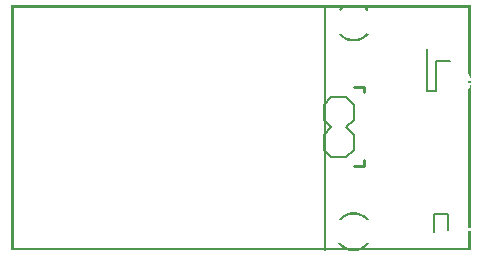
<source format=gbo>
G04 MADE WITH FRITZING*
G04 WWW.FRITZING.ORG*
G04 DOUBLE SIDED*
G04 HOLES PLATED*
G04 CONTOUR ON CENTER OF CONTOUR VECTOR*
%ASAXBY*%
%FSLAX23Y23*%
%MOIN*%
%OFA0B0*%
%SFA1.0B1.0*%
%ADD10C,0.010000*%
%ADD11C,0.008000*%
%ADD12R,0.001000X0.001000*%
%LNSILK0*%
G90*
G70*
G54D10*
X1175Y302D02*
X1175Y284D01*
D02*
X1175Y284D02*
X1140Y284D01*
D02*
X1176Y528D02*
X1176Y546D01*
D02*
X1176Y546D02*
X1141Y546D01*
G54D11*
D02*
X1462Y633D02*
X1415Y633D01*
D02*
X1415Y633D02*
X1415Y534D01*
D02*
X1415Y534D02*
X1384Y534D01*
D02*
X1384Y534D02*
X1384Y672D01*
D02*
X1141Y337D02*
X1141Y387D01*
D02*
X1141Y387D02*
X1116Y412D01*
D02*
X1066Y412D02*
X1041Y387D01*
D02*
X1116Y412D02*
X1141Y437D01*
D02*
X1141Y437D02*
X1141Y487D01*
D02*
X1141Y487D02*
X1116Y512D01*
D02*
X1066Y512D02*
X1041Y487D01*
D02*
X1041Y487D02*
X1041Y437D01*
D02*
X1041Y437D02*
X1066Y412D01*
D02*
X1116Y312D02*
X1066Y312D01*
D02*
X1141Y337D02*
X1116Y312D01*
D02*
X1066Y312D02*
X1041Y337D01*
D02*
X1041Y387D02*
X1041Y337D01*
D02*
X1116Y512D02*
X1066Y512D01*
D02*
X1407Y124D02*
X1455Y124D01*
D02*
X1407Y61D02*
X1407Y124D01*
D02*
X1455Y69D02*
X1455Y124D01*
G54D12*
X0Y817D02*
X1530Y817D01*
X0Y816D02*
X1530Y816D01*
X0Y815D02*
X1530Y815D01*
X0Y814D02*
X1530Y814D01*
X0Y813D02*
X1530Y813D01*
X0Y812D02*
X1530Y812D01*
X0Y811D02*
X1530Y811D01*
X0Y810D02*
X1530Y810D01*
X0Y809D02*
X7Y809D01*
X1041Y809D02*
X1048Y809D01*
X1096Y809D02*
X1107Y809D01*
X1174Y809D02*
X1185Y809D01*
X1523Y809D02*
X1530Y809D01*
X0Y808D02*
X7Y808D01*
X1041Y808D02*
X1048Y808D01*
X1095Y808D02*
X1105Y808D01*
X1175Y808D02*
X1186Y808D01*
X1523Y808D02*
X1530Y808D01*
X0Y807D02*
X7Y807D01*
X1041Y807D02*
X1048Y807D01*
X1094Y807D02*
X1104Y807D01*
X1177Y807D02*
X1187Y807D01*
X1523Y807D02*
X1530Y807D01*
X0Y806D02*
X7Y806D01*
X1041Y806D02*
X1048Y806D01*
X1093Y806D02*
X1103Y806D01*
X1178Y806D02*
X1188Y806D01*
X1523Y806D02*
X1530Y806D01*
X0Y805D02*
X7Y805D01*
X1041Y805D02*
X1048Y805D01*
X1092Y805D02*
X1102Y805D01*
X1179Y805D02*
X1188Y805D01*
X1523Y805D02*
X1530Y805D01*
X0Y804D02*
X7Y804D01*
X1041Y804D02*
X1048Y804D01*
X1091Y804D02*
X1101Y804D01*
X1180Y804D02*
X1189Y804D01*
X1523Y804D02*
X1530Y804D01*
X0Y803D02*
X7Y803D01*
X1041Y803D02*
X1048Y803D01*
X1091Y803D02*
X1100Y803D01*
X1181Y803D02*
X1190Y803D01*
X1523Y803D02*
X1530Y803D01*
X0Y802D02*
X7Y802D01*
X1041Y802D02*
X1048Y802D01*
X1090Y802D02*
X1099Y802D01*
X1182Y802D02*
X1191Y802D01*
X1523Y802D02*
X1530Y802D01*
X0Y801D02*
X7Y801D01*
X1041Y801D02*
X1048Y801D01*
X1095Y801D02*
X1098Y801D01*
X1183Y801D02*
X1186Y801D01*
X1523Y801D02*
X1530Y801D01*
X0Y800D02*
X7Y800D01*
X1041Y800D02*
X1048Y800D01*
X1523Y800D02*
X1530Y800D01*
X0Y799D02*
X7Y799D01*
X1041Y799D02*
X1048Y799D01*
X1523Y799D02*
X1530Y799D01*
X0Y798D02*
X7Y798D01*
X1041Y798D02*
X1048Y798D01*
X1523Y798D02*
X1530Y798D01*
X0Y797D02*
X7Y797D01*
X1041Y797D02*
X1048Y797D01*
X1523Y797D02*
X1530Y797D01*
X0Y796D02*
X7Y796D01*
X1041Y796D02*
X1048Y796D01*
X1523Y796D02*
X1530Y796D01*
X0Y795D02*
X7Y795D01*
X1041Y795D02*
X1048Y795D01*
X1523Y795D02*
X1530Y795D01*
X0Y794D02*
X7Y794D01*
X1041Y794D02*
X1048Y794D01*
X1523Y794D02*
X1530Y794D01*
X0Y793D02*
X7Y793D01*
X1041Y793D02*
X1048Y793D01*
X1523Y793D02*
X1530Y793D01*
X0Y792D02*
X7Y792D01*
X1041Y792D02*
X1048Y792D01*
X1523Y792D02*
X1530Y792D01*
X0Y791D02*
X7Y791D01*
X1041Y791D02*
X1048Y791D01*
X1523Y791D02*
X1530Y791D01*
X0Y790D02*
X7Y790D01*
X1041Y790D02*
X1048Y790D01*
X1523Y790D02*
X1530Y790D01*
X0Y789D02*
X7Y789D01*
X1041Y789D02*
X1048Y789D01*
X1523Y789D02*
X1530Y789D01*
X0Y788D02*
X7Y788D01*
X1041Y788D02*
X1048Y788D01*
X1523Y788D02*
X1530Y788D01*
X0Y787D02*
X7Y787D01*
X1041Y787D02*
X1048Y787D01*
X1523Y787D02*
X1530Y787D01*
X0Y786D02*
X7Y786D01*
X1041Y786D02*
X1048Y786D01*
X1523Y786D02*
X1530Y786D01*
X0Y785D02*
X7Y785D01*
X1041Y785D02*
X1048Y785D01*
X1523Y785D02*
X1530Y785D01*
X0Y784D02*
X7Y784D01*
X1041Y784D02*
X1048Y784D01*
X1523Y784D02*
X1530Y784D01*
X0Y783D02*
X7Y783D01*
X1041Y783D02*
X1048Y783D01*
X1523Y783D02*
X1530Y783D01*
X0Y782D02*
X7Y782D01*
X1041Y782D02*
X1048Y782D01*
X1523Y782D02*
X1530Y782D01*
X0Y781D02*
X7Y781D01*
X1041Y781D02*
X1048Y781D01*
X1523Y781D02*
X1530Y781D01*
X0Y780D02*
X7Y780D01*
X1041Y780D02*
X1048Y780D01*
X1523Y780D02*
X1530Y780D01*
X0Y779D02*
X7Y779D01*
X1041Y779D02*
X1048Y779D01*
X1523Y779D02*
X1530Y779D01*
X0Y778D02*
X7Y778D01*
X1041Y778D02*
X1048Y778D01*
X1523Y778D02*
X1530Y778D01*
X0Y777D02*
X7Y777D01*
X1041Y777D02*
X1048Y777D01*
X1523Y777D02*
X1530Y777D01*
X0Y776D02*
X7Y776D01*
X1041Y776D02*
X1048Y776D01*
X1523Y776D02*
X1530Y776D01*
X0Y775D02*
X7Y775D01*
X1041Y775D02*
X1048Y775D01*
X1523Y775D02*
X1530Y775D01*
X0Y774D02*
X7Y774D01*
X1041Y774D02*
X1048Y774D01*
X1523Y774D02*
X1530Y774D01*
X0Y773D02*
X7Y773D01*
X1041Y773D02*
X1048Y773D01*
X1523Y773D02*
X1530Y773D01*
X0Y772D02*
X7Y772D01*
X1041Y772D02*
X1048Y772D01*
X1523Y772D02*
X1530Y772D01*
X0Y771D02*
X7Y771D01*
X1041Y771D02*
X1048Y771D01*
X1523Y771D02*
X1530Y771D01*
X0Y770D02*
X7Y770D01*
X1041Y770D02*
X1048Y770D01*
X1523Y770D02*
X1530Y770D01*
X0Y769D02*
X7Y769D01*
X1041Y769D02*
X1048Y769D01*
X1523Y769D02*
X1530Y769D01*
X0Y768D02*
X7Y768D01*
X1041Y768D02*
X1048Y768D01*
X1523Y768D02*
X1530Y768D01*
X0Y767D02*
X7Y767D01*
X1041Y767D02*
X1048Y767D01*
X1523Y767D02*
X1530Y767D01*
X0Y766D02*
X7Y766D01*
X1041Y766D02*
X1048Y766D01*
X1523Y766D02*
X1530Y766D01*
X0Y765D02*
X7Y765D01*
X1041Y765D02*
X1048Y765D01*
X1523Y765D02*
X1530Y765D01*
X0Y764D02*
X7Y764D01*
X1041Y764D02*
X1048Y764D01*
X1523Y764D02*
X1530Y764D01*
X0Y763D02*
X7Y763D01*
X1041Y763D02*
X1048Y763D01*
X1523Y763D02*
X1530Y763D01*
X0Y762D02*
X7Y762D01*
X1041Y762D02*
X1048Y762D01*
X1523Y762D02*
X1530Y762D01*
X0Y761D02*
X7Y761D01*
X1041Y761D02*
X1048Y761D01*
X1523Y761D02*
X1530Y761D01*
X0Y760D02*
X7Y760D01*
X1041Y760D02*
X1048Y760D01*
X1523Y760D02*
X1530Y760D01*
X0Y759D02*
X7Y759D01*
X1041Y759D02*
X1048Y759D01*
X1523Y759D02*
X1530Y759D01*
X0Y758D02*
X7Y758D01*
X1041Y758D02*
X1048Y758D01*
X1523Y758D02*
X1530Y758D01*
X0Y757D02*
X7Y757D01*
X1041Y757D02*
X1048Y757D01*
X1523Y757D02*
X1530Y757D01*
X0Y756D02*
X7Y756D01*
X1041Y756D02*
X1048Y756D01*
X1523Y756D02*
X1530Y756D01*
X0Y755D02*
X7Y755D01*
X1041Y755D02*
X1048Y755D01*
X1523Y755D02*
X1530Y755D01*
X0Y754D02*
X7Y754D01*
X1041Y754D02*
X1048Y754D01*
X1523Y754D02*
X1530Y754D01*
X0Y753D02*
X7Y753D01*
X1041Y753D02*
X1048Y753D01*
X1523Y753D02*
X1530Y753D01*
X0Y752D02*
X7Y752D01*
X1041Y752D02*
X1048Y752D01*
X1523Y752D02*
X1530Y752D01*
X0Y751D02*
X7Y751D01*
X1041Y751D02*
X1048Y751D01*
X1523Y751D02*
X1530Y751D01*
X0Y750D02*
X7Y750D01*
X1041Y750D02*
X1048Y750D01*
X1523Y750D02*
X1530Y750D01*
X0Y749D02*
X7Y749D01*
X1041Y749D02*
X1048Y749D01*
X1523Y749D02*
X1530Y749D01*
X0Y748D02*
X7Y748D01*
X1041Y748D02*
X1048Y748D01*
X1523Y748D02*
X1530Y748D01*
X0Y747D02*
X7Y747D01*
X1041Y747D02*
X1048Y747D01*
X1523Y747D02*
X1530Y747D01*
X0Y746D02*
X7Y746D01*
X1041Y746D02*
X1048Y746D01*
X1523Y746D02*
X1530Y746D01*
X0Y745D02*
X7Y745D01*
X1041Y745D02*
X1048Y745D01*
X1523Y745D02*
X1530Y745D01*
X0Y744D02*
X7Y744D01*
X1041Y744D02*
X1048Y744D01*
X1523Y744D02*
X1530Y744D01*
X0Y743D02*
X7Y743D01*
X1041Y743D02*
X1048Y743D01*
X1523Y743D02*
X1530Y743D01*
X0Y742D02*
X7Y742D01*
X1041Y742D02*
X1048Y742D01*
X1523Y742D02*
X1530Y742D01*
X0Y741D02*
X7Y741D01*
X1041Y741D02*
X1048Y741D01*
X1523Y741D02*
X1530Y741D01*
X0Y740D02*
X7Y740D01*
X1041Y740D02*
X1048Y740D01*
X1523Y740D02*
X1530Y740D01*
X0Y739D02*
X7Y739D01*
X1041Y739D02*
X1048Y739D01*
X1523Y739D02*
X1530Y739D01*
X0Y738D02*
X7Y738D01*
X1041Y738D02*
X1048Y738D01*
X1523Y738D02*
X1530Y738D01*
X0Y737D02*
X7Y737D01*
X1041Y737D02*
X1048Y737D01*
X1523Y737D02*
X1530Y737D01*
X0Y736D02*
X7Y736D01*
X1041Y736D02*
X1048Y736D01*
X1523Y736D02*
X1530Y736D01*
X0Y735D02*
X7Y735D01*
X1041Y735D02*
X1048Y735D01*
X1523Y735D02*
X1530Y735D01*
X0Y734D02*
X7Y734D01*
X1041Y734D02*
X1048Y734D01*
X1523Y734D02*
X1530Y734D01*
X0Y733D02*
X7Y733D01*
X1041Y733D02*
X1048Y733D01*
X1523Y733D02*
X1530Y733D01*
X0Y732D02*
X7Y732D01*
X1041Y732D02*
X1048Y732D01*
X1523Y732D02*
X1530Y732D01*
X0Y731D02*
X7Y731D01*
X1041Y731D02*
X1048Y731D01*
X1523Y731D02*
X1530Y731D01*
X0Y730D02*
X7Y730D01*
X1041Y730D02*
X1048Y730D01*
X1523Y730D02*
X1530Y730D01*
X0Y729D02*
X7Y729D01*
X1041Y729D02*
X1048Y729D01*
X1523Y729D02*
X1530Y729D01*
X0Y728D02*
X7Y728D01*
X1041Y728D02*
X1048Y728D01*
X1523Y728D02*
X1530Y728D01*
X0Y727D02*
X7Y727D01*
X1041Y727D02*
X1048Y727D01*
X1523Y727D02*
X1530Y727D01*
X0Y726D02*
X7Y726D01*
X1041Y726D02*
X1048Y726D01*
X1523Y726D02*
X1530Y726D01*
X0Y725D02*
X7Y725D01*
X1041Y725D02*
X1048Y725D01*
X1523Y725D02*
X1530Y725D01*
X0Y724D02*
X7Y724D01*
X1041Y724D02*
X1048Y724D01*
X1097Y724D02*
X1097Y724D01*
X1183Y724D02*
X1184Y724D01*
X1523Y724D02*
X1530Y724D01*
X0Y723D02*
X7Y723D01*
X1041Y723D02*
X1048Y723D01*
X1090Y723D02*
X1098Y723D01*
X1182Y723D02*
X1191Y723D01*
X1523Y723D02*
X1530Y723D01*
X0Y722D02*
X7Y722D01*
X1041Y722D02*
X1048Y722D01*
X1090Y722D02*
X1099Y722D01*
X1182Y722D02*
X1190Y722D01*
X1523Y722D02*
X1530Y722D01*
X0Y721D02*
X7Y721D01*
X1041Y721D02*
X1048Y721D01*
X1091Y721D02*
X1100Y721D01*
X1180Y721D02*
X1190Y721D01*
X1523Y721D02*
X1530Y721D01*
X0Y720D02*
X7Y720D01*
X1041Y720D02*
X1048Y720D01*
X1092Y720D02*
X1101Y720D01*
X1179Y720D02*
X1189Y720D01*
X1523Y720D02*
X1530Y720D01*
X0Y719D02*
X7Y719D01*
X1041Y719D02*
X1048Y719D01*
X1093Y719D02*
X1103Y719D01*
X1178Y719D02*
X1188Y719D01*
X1523Y719D02*
X1530Y719D01*
X0Y718D02*
X7Y718D01*
X1041Y718D02*
X1048Y718D01*
X1094Y718D02*
X1104Y718D01*
X1177Y718D02*
X1187Y718D01*
X1523Y718D02*
X1530Y718D01*
X0Y717D02*
X7Y717D01*
X1041Y717D02*
X1048Y717D01*
X1095Y717D02*
X1105Y717D01*
X1176Y717D02*
X1186Y717D01*
X1523Y717D02*
X1530Y717D01*
X0Y716D02*
X7Y716D01*
X1041Y716D02*
X1048Y716D01*
X1096Y716D02*
X1106Y716D01*
X1174Y716D02*
X1185Y716D01*
X1523Y716D02*
X1530Y716D01*
X0Y715D02*
X7Y715D01*
X1041Y715D02*
X1048Y715D01*
X1097Y715D02*
X1108Y715D01*
X1173Y715D02*
X1184Y715D01*
X1523Y715D02*
X1530Y715D01*
X0Y714D02*
X7Y714D01*
X1041Y714D02*
X1048Y714D01*
X1098Y714D02*
X1109Y714D01*
X1171Y714D02*
X1183Y714D01*
X1523Y714D02*
X1530Y714D01*
X0Y713D02*
X7Y713D01*
X1041Y713D02*
X1048Y713D01*
X1099Y713D02*
X1111Y713D01*
X1170Y713D02*
X1182Y713D01*
X1523Y713D02*
X1530Y713D01*
X0Y712D02*
X7Y712D01*
X1041Y712D02*
X1048Y712D01*
X1100Y712D02*
X1113Y712D01*
X1168Y712D02*
X1180Y712D01*
X1523Y712D02*
X1530Y712D01*
X0Y711D02*
X7Y711D01*
X1041Y711D02*
X1048Y711D01*
X1102Y711D02*
X1115Y711D01*
X1166Y711D02*
X1179Y711D01*
X1523Y711D02*
X1530Y711D01*
X0Y710D02*
X7Y710D01*
X1041Y710D02*
X1048Y710D01*
X1103Y710D02*
X1117Y710D01*
X1164Y710D02*
X1178Y710D01*
X1523Y710D02*
X1530Y710D01*
X0Y709D02*
X7Y709D01*
X1041Y709D02*
X1048Y709D01*
X1104Y709D02*
X1120Y709D01*
X1161Y709D02*
X1176Y709D01*
X1523Y709D02*
X1530Y709D01*
X0Y708D02*
X7Y708D01*
X1041Y708D02*
X1048Y708D01*
X1106Y708D02*
X1123Y708D01*
X1158Y708D02*
X1175Y708D01*
X1523Y708D02*
X1530Y708D01*
X0Y707D02*
X7Y707D01*
X1041Y707D02*
X1048Y707D01*
X1108Y707D02*
X1126Y707D01*
X1154Y707D02*
X1173Y707D01*
X1523Y707D02*
X1530Y707D01*
X0Y706D02*
X7Y706D01*
X1041Y706D02*
X1048Y706D01*
X1109Y706D02*
X1132Y706D01*
X1149Y706D02*
X1172Y706D01*
X1523Y706D02*
X1530Y706D01*
X0Y705D02*
X7Y705D01*
X1041Y705D02*
X1048Y705D01*
X1111Y705D02*
X1170Y705D01*
X1523Y705D02*
X1530Y705D01*
X0Y704D02*
X7Y704D01*
X1041Y704D02*
X1048Y704D01*
X1113Y704D02*
X1168Y704D01*
X1523Y704D02*
X1530Y704D01*
X0Y703D02*
X7Y703D01*
X1041Y703D02*
X1048Y703D01*
X1115Y703D02*
X1166Y703D01*
X1523Y703D02*
X1530Y703D01*
X0Y702D02*
X7Y702D01*
X1041Y702D02*
X1048Y702D01*
X1117Y702D02*
X1163Y702D01*
X1523Y702D02*
X1530Y702D01*
X0Y701D02*
X7Y701D01*
X1041Y701D02*
X1048Y701D01*
X1120Y701D02*
X1161Y701D01*
X1523Y701D02*
X1530Y701D01*
X0Y700D02*
X7Y700D01*
X1041Y700D02*
X1048Y700D01*
X1123Y700D02*
X1158Y700D01*
X1523Y700D02*
X1530Y700D01*
X0Y699D02*
X7Y699D01*
X1041Y699D02*
X1048Y699D01*
X1127Y699D02*
X1154Y699D01*
X1523Y699D02*
X1530Y699D01*
X0Y698D02*
X7Y698D01*
X1041Y698D02*
X1048Y698D01*
X1133Y698D02*
X1148Y698D01*
X1523Y698D02*
X1530Y698D01*
X0Y697D02*
X7Y697D01*
X1041Y697D02*
X1048Y697D01*
X1523Y697D02*
X1530Y697D01*
X0Y696D02*
X7Y696D01*
X1041Y696D02*
X1048Y696D01*
X1523Y696D02*
X1530Y696D01*
X0Y695D02*
X7Y695D01*
X1041Y695D02*
X1048Y695D01*
X1523Y695D02*
X1530Y695D01*
X0Y694D02*
X7Y694D01*
X1041Y694D02*
X1048Y694D01*
X1523Y694D02*
X1530Y694D01*
X0Y693D02*
X7Y693D01*
X1041Y693D02*
X1048Y693D01*
X1523Y693D02*
X1530Y693D01*
X0Y692D02*
X7Y692D01*
X1041Y692D02*
X1048Y692D01*
X1523Y692D02*
X1530Y692D01*
X0Y691D02*
X7Y691D01*
X1041Y691D02*
X1048Y691D01*
X1523Y691D02*
X1530Y691D01*
X0Y690D02*
X7Y690D01*
X1041Y690D02*
X1048Y690D01*
X1523Y690D02*
X1530Y690D01*
X0Y689D02*
X7Y689D01*
X1041Y689D02*
X1048Y689D01*
X1523Y689D02*
X1530Y689D01*
X0Y688D02*
X7Y688D01*
X1041Y688D02*
X1048Y688D01*
X1523Y688D02*
X1530Y688D01*
X0Y687D02*
X7Y687D01*
X1041Y687D02*
X1048Y687D01*
X1523Y687D02*
X1530Y687D01*
X0Y686D02*
X7Y686D01*
X1041Y686D02*
X1048Y686D01*
X1523Y686D02*
X1530Y686D01*
X0Y685D02*
X7Y685D01*
X1041Y685D02*
X1048Y685D01*
X1523Y685D02*
X1530Y685D01*
X0Y684D02*
X7Y684D01*
X1041Y684D02*
X1048Y684D01*
X1523Y684D02*
X1530Y684D01*
X0Y683D02*
X7Y683D01*
X1041Y683D02*
X1048Y683D01*
X1523Y683D02*
X1530Y683D01*
X0Y682D02*
X7Y682D01*
X1041Y682D02*
X1048Y682D01*
X1523Y682D02*
X1530Y682D01*
X0Y681D02*
X7Y681D01*
X1041Y681D02*
X1048Y681D01*
X1523Y681D02*
X1530Y681D01*
X0Y680D02*
X7Y680D01*
X1041Y680D02*
X1048Y680D01*
X1523Y680D02*
X1530Y680D01*
X0Y679D02*
X7Y679D01*
X1041Y679D02*
X1048Y679D01*
X1523Y679D02*
X1530Y679D01*
X0Y678D02*
X7Y678D01*
X1041Y678D02*
X1048Y678D01*
X1523Y678D02*
X1530Y678D01*
X0Y677D02*
X7Y677D01*
X1041Y677D02*
X1048Y677D01*
X1523Y677D02*
X1530Y677D01*
X0Y676D02*
X7Y676D01*
X1041Y676D02*
X1048Y676D01*
X1523Y676D02*
X1530Y676D01*
X0Y675D02*
X7Y675D01*
X1041Y675D02*
X1048Y675D01*
X1523Y675D02*
X1530Y675D01*
X0Y674D02*
X7Y674D01*
X1041Y674D02*
X1048Y674D01*
X1523Y674D02*
X1530Y674D01*
X0Y673D02*
X7Y673D01*
X1041Y673D02*
X1048Y673D01*
X1523Y673D02*
X1530Y673D01*
X0Y672D02*
X7Y672D01*
X1041Y672D02*
X1048Y672D01*
X1523Y672D02*
X1530Y672D01*
X0Y671D02*
X7Y671D01*
X1041Y671D02*
X1048Y671D01*
X1523Y671D02*
X1530Y671D01*
X0Y670D02*
X7Y670D01*
X1041Y670D02*
X1048Y670D01*
X1523Y670D02*
X1530Y670D01*
X0Y669D02*
X7Y669D01*
X1041Y669D02*
X1048Y669D01*
X1523Y669D02*
X1530Y669D01*
X0Y668D02*
X7Y668D01*
X1041Y668D02*
X1048Y668D01*
X1523Y668D02*
X1530Y668D01*
X0Y667D02*
X7Y667D01*
X1041Y667D02*
X1048Y667D01*
X1523Y667D02*
X1530Y667D01*
X0Y666D02*
X7Y666D01*
X1041Y666D02*
X1048Y666D01*
X1523Y666D02*
X1530Y666D01*
X0Y665D02*
X7Y665D01*
X1041Y665D02*
X1048Y665D01*
X1523Y665D02*
X1530Y665D01*
X0Y664D02*
X7Y664D01*
X1041Y664D02*
X1048Y664D01*
X1523Y664D02*
X1530Y664D01*
X0Y663D02*
X7Y663D01*
X1041Y663D02*
X1048Y663D01*
X1523Y663D02*
X1530Y663D01*
X0Y662D02*
X7Y662D01*
X1041Y662D02*
X1048Y662D01*
X1523Y662D02*
X1530Y662D01*
X0Y661D02*
X7Y661D01*
X1041Y661D02*
X1048Y661D01*
X1523Y661D02*
X1530Y661D01*
X0Y660D02*
X7Y660D01*
X1041Y660D02*
X1048Y660D01*
X1523Y660D02*
X1530Y660D01*
X0Y659D02*
X7Y659D01*
X1041Y659D02*
X1048Y659D01*
X1523Y659D02*
X1530Y659D01*
X0Y658D02*
X7Y658D01*
X1041Y658D02*
X1048Y658D01*
X1523Y658D02*
X1530Y658D01*
X0Y657D02*
X7Y657D01*
X1041Y657D02*
X1048Y657D01*
X1523Y657D02*
X1530Y657D01*
X0Y656D02*
X7Y656D01*
X1041Y656D02*
X1048Y656D01*
X1523Y656D02*
X1530Y656D01*
X0Y655D02*
X7Y655D01*
X1041Y655D02*
X1048Y655D01*
X1523Y655D02*
X1530Y655D01*
X0Y654D02*
X7Y654D01*
X1041Y654D02*
X1048Y654D01*
X1523Y654D02*
X1530Y654D01*
X0Y653D02*
X7Y653D01*
X1041Y653D02*
X1048Y653D01*
X1523Y653D02*
X1530Y653D01*
X0Y652D02*
X7Y652D01*
X1041Y652D02*
X1048Y652D01*
X1523Y652D02*
X1530Y652D01*
X0Y651D02*
X7Y651D01*
X1041Y651D02*
X1048Y651D01*
X1523Y651D02*
X1530Y651D01*
X0Y650D02*
X7Y650D01*
X1041Y650D02*
X1048Y650D01*
X1523Y650D02*
X1530Y650D01*
X0Y649D02*
X7Y649D01*
X1041Y649D02*
X1048Y649D01*
X1523Y649D02*
X1530Y649D01*
X0Y648D02*
X7Y648D01*
X1041Y648D02*
X1048Y648D01*
X1523Y648D02*
X1530Y648D01*
X0Y647D02*
X7Y647D01*
X1041Y647D02*
X1048Y647D01*
X1523Y647D02*
X1530Y647D01*
X0Y646D02*
X7Y646D01*
X1041Y646D02*
X1048Y646D01*
X1523Y646D02*
X1530Y646D01*
X0Y645D02*
X7Y645D01*
X1041Y645D02*
X1048Y645D01*
X1523Y645D02*
X1530Y645D01*
X0Y644D02*
X7Y644D01*
X1041Y644D02*
X1048Y644D01*
X1523Y644D02*
X1530Y644D01*
X0Y643D02*
X7Y643D01*
X1041Y643D02*
X1048Y643D01*
X1523Y643D02*
X1530Y643D01*
X0Y642D02*
X7Y642D01*
X1041Y642D02*
X1048Y642D01*
X1523Y642D02*
X1530Y642D01*
X0Y641D02*
X7Y641D01*
X1041Y641D02*
X1048Y641D01*
X1523Y641D02*
X1530Y641D01*
X0Y640D02*
X7Y640D01*
X1041Y640D02*
X1048Y640D01*
X1523Y640D02*
X1530Y640D01*
X0Y639D02*
X7Y639D01*
X1041Y639D02*
X1048Y639D01*
X1523Y639D02*
X1530Y639D01*
X0Y638D02*
X7Y638D01*
X1041Y638D02*
X1048Y638D01*
X1523Y638D02*
X1530Y638D01*
X0Y637D02*
X7Y637D01*
X1041Y637D02*
X1048Y637D01*
X1523Y637D02*
X1530Y637D01*
X0Y636D02*
X7Y636D01*
X1041Y636D02*
X1048Y636D01*
X1523Y636D02*
X1530Y636D01*
X0Y635D02*
X7Y635D01*
X1041Y635D02*
X1048Y635D01*
X1523Y635D02*
X1530Y635D01*
X0Y634D02*
X7Y634D01*
X1041Y634D02*
X1048Y634D01*
X1523Y634D02*
X1530Y634D01*
X0Y633D02*
X7Y633D01*
X1041Y633D02*
X1048Y633D01*
X1523Y633D02*
X1530Y633D01*
X0Y632D02*
X7Y632D01*
X1041Y632D02*
X1048Y632D01*
X1523Y632D02*
X1530Y632D01*
X0Y631D02*
X7Y631D01*
X1041Y631D02*
X1048Y631D01*
X1523Y631D02*
X1530Y631D01*
X0Y630D02*
X7Y630D01*
X1041Y630D02*
X1048Y630D01*
X1523Y630D02*
X1530Y630D01*
X0Y629D02*
X7Y629D01*
X1041Y629D02*
X1048Y629D01*
X1523Y629D02*
X1530Y629D01*
X0Y628D02*
X7Y628D01*
X1041Y628D02*
X1048Y628D01*
X1523Y628D02*
X1530Y628D01*
X0Y627D02*
X7Y627D01*
X1041Y627D02*
X1048Y627D01*
X1523Y627D02*
X1530Y627D01*
X0Y626D02*
X7Y626D01*
X1041Y626D02*
X1048Y626D01*
X1523Y626D02*
X1530Y626D01*
X0Y625D02*
X7Y625D01*
X1041Y625D02*
X1048Y625D01*
X1523Y625D02*
X1530Y625D01*
X0Y624D02*
X7Y624D01*
X1041Y624D02*
X1048Y624D01*
X1523Y624D02*
X1530Y624D01*
X0Y623D02*
X7Y623D01*
X1041Y623D02*
X1048Y623D01*
X1523Y623D02*
X1530Y623D01*
X0Y622D02*
X7Y622D01*
X1041Y622D02*
X1048Y622D01*
X1523Y622D02*
X1530Y622D01*
X0Y621D02*
X7Y621D01*
X1041Y621D02*
X1048Y621D01*
X1523Y621D02*
X1530Y621D01*
X0Y620D02*
X7Y620D01*
X1041Y620D02*
X1048Y620D01*
X1523Y620D02*
X1530Y620D01*
X0Y619D02*
X7Y619D01*
X1041Y619D02*
X1048Y619D01*
X1523Y619D02*
X1530Y619D01*
X0Y618D02*
X7Y618D01*
X1041Y618D02*
X1048Y618D01*
X1523Y618D02*
X1530Y618D01*
X0Y617D02*
X7Y617D01*
X1041Y617D02*
X1048Y617D01*
X1523Y617D02*
X1530Y617D01*
X0Y616D02*
X7Y616D01*
X1041Y616D02*
X1048Y616D01*
X1523Y616D02*
X1530Y616D01*
X0Y615D02*
X7Y615D01*
X1041Y615D02*
X1048Y615D01*
X1523Y615D02*
X1530Y615D01*
X0Y614D02*
X7Y614D01*
X1041Y614D02*
X1048Y614D01*
X1523Y614D02*
X1530Y614D01*
X0Y613D02*
X7Y613D01*
X1041Y613D02*
X1048Y613D01*
X1523Y613D02*
X1530Y613D01*
X0Y612D02*
X7Y612D01*
X1041Y612D02*
X1048Y612D01*
X1523Y612D02*
X1530Y612D01*
X0Y611D02*
X7Y611D01*
X1041Y611D02*
X1048Y611D01*
X1523Y611D02*
X1530Y611D01*
X0Y610D02*
X7Y610D01*
X1041Y610D02*
X1048Y610D01*
X1523Y610D02*
X1530Y610D01*
X0Y609D02*
X7Y609D01*
X1041Y609D02*
X1048Y609D01*
X1523Y609D02*
X1530Y609D01*
X0Y608D02*
X7Y608D01*
X1041Y608D02*
X1048Y608D01*
X1523Y608D02*
X1530Y608D01*
X0Y607D02*
X7Y607D01*
X1041Y607D02*
X1048Y607D01*
X1523Y607D02*
X1530Y607D01*
X0Y606D02*
X7Y606D01*
X1041Y606D02*
X1048Y606D01*
X1523Y606D02*
X1530Y606D01*
X0Y605D02*
X7Y605D01*
X1041Y605D02*
X1048Y605D01*
X1523Y605D02*
X1530Y605D01*
X0Y604D02*
X7Y604D01*
X1041Y604D02*
X1048Y604D01*
X1523Y604D02*
X1530Y604D01*
X0Y603D02*
X7Y603D01*
X1041Y603D02*
X1048Y603D01*
X1523Y603D02*
X1530Y603D01*
X0Y602D02*
X7Y602D01*
X1041Y602D02*
X1048Y602D01*
X1523Y602D02*
X1530Y602D01*
X0Y601D02*
X7Y601D01*
X1041Y601D02*
X1048Y601D01*
X1523Y601D02*
X1530Y601D01*
X0Y600D02*
X7Y600D01*
X1041Y600D02*
X1048Y600D01*
X1523Y600D02*
X1530Y600D01*
X0Y599D02*
X7Y599D01*
X1041Y599D02*
X1048Y599D01*
X1523Y599D02*
X1530Y599D01*
X0Y598D02*
X7Y598D01*
X1041Y598D02*
X1048Y598D01*
X1523Y598D02*
X1530Y598D01*
X0Y597D02*
X7Y597D01*
X1041Y597D02*
X1048Y597D01*
X1523Y597D02*
X1530Y597D01*
X0Y596D02*
X7Y596D01*
X1041Y596D02*
X1048Y596D01*
X1523Y596D02*
X1530Y596D01*
X0Y595D02*
X7Y595D01*
X1041Y595D02*
X1048Y595D01*
X1523Y595D02*
X1530Y595D01*
X0Y594D02*
X7Y594D01*
X1041Y594D02*
X1048Y594D01*
X1523Y594D02*
X1530Y594D01*
X0Y593D02*
X7Y593D01*
X1041Y593D02*
X1048Y593D01*
X1523Y593D02*
X1530Y593D01*
X0Y592D02*
X7Y592D01*
X1041Y592D02*
X1048Y592D01*
X1523Y592D02*
X1530Y592D01*
X0Y591D02*
X7Y591D01*
X1041Y591D02*
X1048Y591D01*
X1523Y591D02*
X1530Y591D01*
X0Y590D02*
X7Y590D01*
X1041Y590D02*
X1048Y590D01*
X1523Y590D02*
X1530Y590D01*
X0Y589D02*
X7Y589D01*
X1041Y589D02*
X1048Y589D01*
X1523Y589D02*
X1530Y589D01*
X0Y588D02*
X7Y588D01*
X1041Y588D02*
X1048Y588D01*
X1523Y588D02*
X1530Y588D01*
X0Y587D02*
X7Y587D01*
X1041Y587D02*
X1048Y587D01*
X1524Y587D02*
X1530Y587D01*
X0Y586D02*
X7Y586D01*
X1041Y586D02*
X1048Y586D01*
X1525Y586D02*
X1530Y586D01*
X0Y585D02*
X7Y585D01*
X1041Y585D02*
X1048Y585D01*
X1525Y585D02*
X1530Y585D01*
X0Y584D02*
X7Y584D01*
X1041Y584D02*
X1048Y584D01*
X1526Y584D02*
X1530Y584D01*
X0Y583D02*
X7Y583D01*
X1041Y583D02*
X1048Y583D01*
X1527Y583D02*
X1530Y583D01*
X0Y582D02*
X7Y582D01*
X1041Y582D02*
X1048Y582D01*
X1527Y582D02*
X1530Y582D01*
X0Y581D02*
X7Y581D01*
X1041Y581D02*
X1048Y581D01*
X1528Y581D02*
X1530Y581D01*
X0Y580D02*
X7Y580D01*
X1041Y580D02*
X1048Y580D01*
X1528Y580D02*
X1530Y580D01*
X0Y579D02*
X7Y579D01*
X1041Y579D02*
X1048Y579D01*
X1529Y579D02*
X1530Y579D01*
X0Y578D02*
X7Y578D01*
X1041Y578D02*
X1048Y578D01*
X1529Y578D02*
X1530Y578D01*
X0Y577D02*
X7Y577D01*
X1041Y577D02*
X1048Y577D01*
X1530Y577D02*
X1530Y577D01*
X0Y576D02*
X7Y576D01*
X1041Y576D02*
X1048Y576D01*
X1530Y576D02*
X1530Y576D01*
X0Y575D02*
X7Y575D01*
X1041Y575D02*
X1048Y575D01*
X1530Y575D02*
X1530Y575D01*
X0Y574D02*
X7Y574D01*
X1041Y574D02*
X1048Y574D01*
X0Y573D02*
X7Y573D01*
X1041Y573D02*
X1048Y573D01*
X0Y572D02*
X7Y572D01*
X1041Y572D02*
X1048Y572D01*
X0Y571D02*
X7Y571D01*
X1041Y571D02*
X1048Y571D01*
X0Y570D02*
X7Y570D01*
X1041Y570D02*
X1048Y570D01*
X0Y569D02*
X7Y569D01*
X1041Y569D02*
X1048Y569D01*
X0Y568D02*
X7Y568D01*
X1041Y568D02*
X1048Y568D01*
X0Y567D02*
X7Y567D01*
X1041Y567D02*
X1048Y567D01*
X0Y566D02*
X7Y566D01*
X1041Y566D02*
X1048Y566D01*
X1523Y566D02*
X1530Y566D01*
X0Y565D02*
X7Y565D01*
X1041Y565D02*
X1048Y565D01*
X1523Y565D02*
X1530Y565D01*
X0Y564D02*
X7Y564D01*
X1041Y564D02*
X1048Y564D01*
X1523Y564D02*
X1530Y564D01*
X0Y563D02*
X7Y563D01*
X1041Y563D02*
X1048Y563D01*
X1523Y563D02*
X1530Y563D01*
X0Y562D02*
X7Y562D01*
X1041Y562D02*
X1048Y562D01*
X1523Y562D02*
X1530Y562D01*
X0Y561D02*
X7Y561D01*
X1041Y561D02*
X1048Y561D01*
X1523Y561D02*
X1530Y561D01*
X0Y560D02*
X7Y560D01*
X1041Y560D02*
X1048Y560D01*
X1523Y560D02*
X1530Y560D01*
X0Y559D02*
X7Y559D01*
X1041Y559D02*
X1048Y559D01*
X1523Y559D02*
X1530Y559D01*
X0Y558D02*
X7Y558D01*
X1041Y558D02*
X1048Y558D01*
X0Y557D02*
X7Y557D01*
X1041Y557D02*
X1048Y557D01*
X0Y556D02*
X7Y556D01*
X1041Y556D02*
X1048Y556D01*
X0Y555D02*
X7Y555D01*
X1041Y555D02*
X1048Y555D01*
X0Y554D02*
X7Y554D01*
X1041Y554D02*
X1048Y554D01*
X0Y553D02*
X7Y553D01*
X1041Y553D02*
X1048Y553D01*
X0Y552D02*
X7Y552D01*
X1041Y552D02*
X1048Y552D01*
X0Y551D02*
X7Y551D01*
X1041Y551D02*
X1048Y551D01*
X1530Y551D02*
X1530Y551D01*
X0Y550D02*
X7Y550D01*
X1041Y550D02*
X1048Y550D01*
X1530Y550D02*
X1530Y550D01*
X0Y549D02*
X7Y549D01*
X1041Y549D02*
X1048Y549D01*
X1530Y549D02*
X1530Y549D01*
X0Y548D02*
X7Y548D01*
X1041Y548D02*
X1048Y548D01*
X1529Y548D02*
X1530Y548D01*
X0Y547D02*
X7Y547D01*
X1041Y547D02*
X1048Y547D01*
X1529Y547D02*
X1530Y547D01*
X0Y546D02*
X7Y546D01*
X1041Y546D02*
X1048Y546D01*
X1528Y546D02*
X1530Y546D01*
X0Y545D02*
X7Y545D01*
X1041Y545D02*
X1048Y545D01*
X1528Y545D02*
X1530Y545D01*
X0Y544D02*
X7Y544D01*
X1041Y544D02*
X1048Y544D01*
X1527Y544D02*
X1530Y544D01*
X0Y543D02*
X7Y543D01*
X1041Y543D02*
X1048Y543D01*
X1526Y543D02*
X1530Y543D01*
X0Y542D02*
X7Y542D01*
X1041Y542D02*
X1048Y542D01*
X1526Y542D02*
X1530Y542D01*
X0Y541D02*
X7Y541D01*
X1041Y541D02*
X1048Y541D01*
X1525Y541D02*
X1530Y541D01*
X0Y540D02*
X7Y540D01*
X1041Y540D02*
X1048Y540D01*
X1524Y540D02*
X1530Y540D01*
X0Y539D02*
X7Y539D01*
X1041Y539D02*
X1048Y539D01*
X1524Y539D02*
X1530Y539D01*
X0Y538D02*
X7Y538D01*
X1041Y538D02*
X1048Y538D01*
X1523Y538D02*
X1530Y538D01*
X0Y537D02*
X7Y537D01*
X1041Y537D02*
X1048Y537D01*
X1523Y537D02*
X1530Y537D01*
X0Y536D02*
X7Y536D01*
X1041Y536D02*
X1048Y536D01*
X1523Y536D02*
X1530Y536D01*
X0Y535D02*
X7Y535D01*
X1041Y535D02*
X1048Y535D01*
X1523Y535D02*
X1530Y535D01*
X0Y534D02*
X7Y534D01*
X1041Y534D02*
X1048Y534D01*
X1523Y534D02*
X1530Y534D01*
X0Y533D02*
X7Y533D01*
X1041Y533D02*
X1048Y533D01*
X1523Y533D02*
X1530Y533D01*
X0Y532D02*
X7Y532D01*
X1041Y532D02*
X1048Y532D01*
X1523Y532D02*
X1530Y532D01*
X0Y531D02*
X7Y531D01*
X1041Y531D02*
X1048Y531D01*
X1523Y531D02*
X1530Y531D01*
X0Y530D02*
X7Y530D01*
X1041Y530D02*
X1048Y530D01*
X1523Y530D02*
X1530Y530D01*
X0Y529D02*
X7Y529D01*
X1041Y529D02*
X1048Y529D01*
X1523Y529D02*
X1530Y529D01*
X0Y528D02*
X7Y528D01*
X1041Y528D02*
X1048Y528D01*
X1523Y528D02*
X1530Y528D01*
X0Y527D02*
X7Y527D01*
X1041Y527D02*
X1048Y527D01*
X1523Y527D02*
X1530Y527D01*
X0Y526D02*
X7Y526D01*
X1041Y526D02*
X1048Y526D01*
X1523Y526D02*
X1530Y526D01*
X0Y525D02*
X7Y525D01*
X1041Y525D02*
X1048Y525D01*
X1523Y525D02*
X1530Y525D01*
X0Y524D02*
X7Y524D01*
X1041Y524D02*
X1048Y524D01*
X1523Y524D02*
X1530Y524D01*
X0Y523D02*
X7Y523D01*
X1041Y523D02*
X1048Y523D01*
X1523Y523D02*
X1530Y523D01*
X0Y522D02*
X7Y522D01*
X1041Y522D02*
X1048Y522D01*
X1523Y522D02*
X1530Y522D01*
X0Y521D02*
X7Y521D01*
X1041Y521D02*
X1048Y521D01*
X1523Y521D02*
X1530Y521D01*
X0Y520D02*
X7Y520D01*
X1041Y520D02*
X1048Y520D01*
X1523Y520D02*
X1530Y520D01*
X0Y519D02*
X7Y519D01*
X1041Y519D02*
X1048Y519D01*
X1523Y519D02*
X1530Y519D01*
X0Y518D02*
X7Y518D01*
X1041Y518D02*
X1048Y518D01*
X1523Y518D02*
X1530Y518D01*
X0Y517D02*
X7Y517D01*
X1041Y517D02*
X1048Y517D01*
X1523Y517D02*
X1530Y517D01*
X0Y516D02*
X7Y516D01*
X1041Y516D02*
X1048Y516D01*
X1523Y516D02*
X1530Y516D01*
X0Y515D02*
X7Y515D01*
X1041Y515D02*
X1048Y515D01*
X1523Y515D02*
X1530Y515D01*
X0Y514D02*
X7Y514D01*
X1041Y514D02*
X1048Y514D01*
X1523Y514D02*
X1530Y514D01*
X0Y513D02*
X7Y513D01*
X1041Y513D02*
X1048Y513D01*
X1523Y513D02*
X1530Y513D01*
X0Y512D02*
X7Y512D01*
X1041Y512D02*
X1048Y512D01*
X1523Y512D02*
X1530Y512D01*
X0Y511D02*
X7Y511D01*
X1041Y511D02*
X1048Y511D01*
X1523Y511D02*
X1530Y511D01*
X0Y510D02*
X7Y510D01*
X1041Y510D02*
X1048Y510D01*
X1523Y510D02*
X1530Y510D01*
X0Y509D02*
X7Y509D01*
X1041Y509D02*
X1048Y509D01*
X1523Y509D02*
X1530Y509D01*
X0Y508D02*
X7Y508D01*
X1041Y508D02*
X1048Y508D01*
X1523Y508D02*
X1530Y508D01*
X0Y507D02*
X7Y507D01*
X1041Y507D02*
X1048Y507D01*
X1523Y507D02*
X1530Y507D01*
X0Y506D02*
X7Y506D01*
X1041Y506D02*
X1048Y506D01*
X1523Y506D02*
X1530Y506D01*
X0Y505D02*
X7Y505D01*
X1041Y505D02*
X1048Y505D01*
X1523Y505D02*
X1530Y505D01*
X0Y504D02*
X7Y504D01*
X1041Y504D02*
X1048Y504D01*
X1523Y504D02*
X1530Y504D01*
X0Y503D02*
X7Y503D01*
X1041Y503D02*
X1048Y503D01*
X1523Y503D02*
X1530Y503D01*
X0Y502D02*
X7Y502D01*
X1041Y502D02*
X1048Y502D01*
X1523Y502D02*
X1530Y502D01*
X0Y501D02*
X7Y501D01*
X1041Y501D02*
X1048Y501D01*
X1523Y501D02*
X1530Y501D01*
X0Y500D02*
X7Y500D01*
X1041Y500D02*
X1048Y500D01*
X1523Y500D02*
X1530Y500D01*
X0Y499D02*
X7Y499D01*
X1041Y499D02*
X1048Y499D01*
X1523Y499D02*
X1530Y499D01*
X0Y498D02*
X7Y498D01*
X1041Y498D02*
X1048Y498D01*
X1523Y498D02*
X1530Y498D01*
X0Y497D02*
X7Y497D01*
X1041Y497D02*
X1048Y497D01*
X1523Y497D02*
X1530Y497D01*
X0Y496D02*
X7Y496D01*
X1041Y496D02*
X1048Y496D01*
X1523Y496D02*
X1530Y496D01*
X0Y495D02*
X7Y495D01*
X1041Y495D02*
X1048Y495D01*
X1523Y495D02*
X1530Y495D01*
X0Y494D02*
X7Y494D01*
X1041Y494D02*
X1048Y494D01*
X1523Y494D02*
X1530Y494D01*
X0Y493D02*
X7Y493D01*
X1041Y493D02*
X1048Y493D01*
X1523Y493D02*
X1530Y493D01*
X0Y492D02*
X7Y492D01*
X1041Y492D02*
X1048Y492D01*
X1523Y492D02*
X1530Y492D01*
X0Y491D02*
X7Y491D01*
X1041Y491D02*
X1048Y491D01*
X1523Y491D02*
X1530Y491D01*
X0Y490D02*
X7Y490D01*
X1041Y490D02*
X1048Y490D01*
X1523Y490D02*
X1530Y490D01*
X0Y489D02*
X7Y489D01*
X1041Y489D02*
X1048Y489D01*
X1523Y489D02*
X1530Y489D01*
X0Y488D02*
X7Y488D01*
X1041Y488D02*
X1048Y488D01*
X1523Y488D02*
X1530Y488D01*
X0Y487D02*
X7Y487D01*
X1041Y487D02*
X1048Y487D01*
X1523Y487D02*
X1530Y487D01*
X0Y486D02*
X7Y486D01*
X1041Y486D02*
X1048Y486D01*
X1523Y486D02*
X1530Y486D01*
X0Y485D02*
X7Y485D01*
X1041Y485D02*
X1048Y485D01*
X1523Y485D02*
X1530Y485D01*
X0Y484D02*
X7Y484D01*
X1041Y484D02*
X1048Y484D01*
X1523Y484D02*
X1530Y484D01*
X0Y483D02*
X7Y483D01*
X1041Y483D02*
X1048Y483D01*
X1523Y483D02*
X1530Y483D01*
X0Y482D02*
X7Y482D01*
X1041Y482D02*
X1048Y482D01*
X1523Y482D02*
X1530Y482D01*
X0Y481D02*
X7Y481D01*
X1041Y481D02*
X1048Y481D01*
X1523Y481D02*
X1530Y481D01*
X0Y480D02*
X7Y480D01*
X1041Y480D02*
X1048Y480D01*
X1523Y480D02*
X1530Y480D01*
X0Y479D02*
X7Y479D01*
X1041Y479D02*
X1048Y479D01*
X1523Y479D02*
X1530Y479D01*
X0Y478D02*
X7Y478D01*
X1041Y478D02*
X1048Y478D01*
X1523Y478D02*
X1530Y478D01*
X0Y477D02*
X7Y477D01*
X1041Y477D02*
X1048Y477D01*
X1523Y477D02*
X1530Y477D01*
X0Y476D02*
X7Y476D01*
X1041Y476D02*
X1048Y476D01*
X1523Y476D02*
X1530Y476D01*
X0Y475D02*
X7Y475D01*
X1041Y475D02*
X1048Y475D01*
X1523Y475D02*
X1530Y475D01*
X0Y474D02*
X7Y474D01*
X1041Y474D02*
X1048Y474D01*
X1523Y474D02*
X1530Y474D01*
X0Y473D02*
X7Y473D01*
X1041Y473D02*
X1048Y473D01*
X1523Y473D02*
X1530Y473D01*
X0Y472D02*
X7Y472D01*
X1041Y472D02*
X1048Y472D01*
X1523Y472D02*
X1530Y472D01*
X0Y471D02*
X7Y471D01*
X1041Y471D02*
X1048Y471D01*
X1523Y471D02*
X1530Y471D01*
X0Y470D02*
X7Y470D01*
X1041Y470D02*
X1048Y470D01*
X1523Y470D02*
X1530Y470D01*
X0Y469D02*
X7Y469D01*
X1041Y469D02*
X1048Y469D01*
X1523Y469D02*
X1530Y469D01*
X0Y468D02*
X7Y468D01*
X1041Y468D02*
X1048Y468D01*
X1523Y468D02*
X1530Y468D01*
X0Y467D02*
X7Y467D01*
X1041Y467D02*
X1048Y467D01*
X1523Y467D02*
X1530Y467D01*
X0Y466D02*
X7Y466D01*
X1041Y466D02*
X1048Y466D01*
X1523Y466D02*
X1530Y466D01*
X0Y465D02*
X7Y465D01*
X1041Y465D02*
X1048Y465D01*
X1523Y465D02*
X1530Y465D01*
X0Y464D02*
X7Y464D01*
X1041Y464D02*
X1048Y464D01*
X1523Y464D02*
X1530Y464D01*
X0Y463D02*
X7Y463D01*
X1041Y463D02*
X1048Y463D01*
X1523Y463D02*
X1530Y463D01*
X0Y462D02*
X7Y462D01*
X1041Y462D02*
X1048Y462D01*
X1523Y462D02*
X1530Y462D01*
X0Y461D02*
X7Y461D01*
X1041Y461D02*
X1048Y461D01*
X1523Y461D02*
X1530Y461D01*
X0Y460D02*
X7Y460D01*
X1041Y460D02*
X1048Y460D01*
X1523Y460D02*
X1530Y460D01*
X0Y459D02*
X7Y459D01*
X1041Y459D02*
X1048Y459D01*
X1523Y459D02*
X1530Y459D01*
X0Y458D02*
X7Y458D01*
X1041Y458D02*
X1048Y458D01*
X1523Y458D02*
X1530Y458D01*
X0Y457D02*
X7Y457D01*
X1041Y457D02*
X1048Y457D01*
X1523Y457D02*
X1530Y457D01*
X0Y456D02*
X7Y456D01*
X1041Y456D02*
X1048Y456D01*
X1523Y456D02*
X1530Y456D01*
X0Y455D02*
X7Y455D01*
X1041Y455D02*
X1048Y455D01*
X1523Y455D02*
X1530Y455D01*
X0Y454D02*
X7Y454D01*
X1041Y454D02*
X1048Y454D01*
X1523Y454D02*
X1530Y454D01*
X0Y453D02*
X7Y453D01*
X1041Y453D02*
X1048Y453D01*
X1523Y453D02*
X1530Y453D01*
X0Y452D02*
X7Y452D01*
X1041Y452D02*
X1048Y452D01*
X1523Y452D02*
X1530Y452D01*
X0Y451D02*
X7Y451D01*
X1041Y451D02*
X1048Y451D01*
X1523Y451D02*
X1530Y451D01*
X0Y450D02*
X7Y450D01*
X1041Y450D02*
X1048Y450D01*
X1523Y450D02*
X1530Y450D01*
X0Y449D02*
X7Y449D01*
X1041Y449D02*
X1048Y449D01*
X1523Y449D02*
X1530Y449D01*
X0Y448D02*
X7Y448D01*
X1041Y448D02*
X1048Y448D01*
X1523Y448D02*
X1530Y448D01*
X0Y447D02*
X7Y447D01*
X1041Y447D02*
X1048Y447D01*
X1523Y447D02*
X1530Y447D01*
X0Y446D02*
X7Y446D01*
X1041Y446D02*
X1048Y446D01*
X1523Y446D02*
X1530Y446D01*
X0Y445D02*
X7Y445D01*
X1041Y445D02*
X1048Y445D01*
X1523Y445D02*
X1530Y445D01*
X0Y444D02*
X7Y444D01*
X1041Y444D02*
X1048Y444D01*
X1523Y444D02*
X1530Y444D01*
X0Y443D02*
X7Y443D01*
X1041Y443D02*
X1048Y443D01*
X1523Y443D02*
X1530Y443D01*
X0Y442D02*
X7Y442D01*
X1041Y442D02*
X1048Y442D01*
X1523Y442D02*
X1530Y442D01*
X0Y441D02*
X7Y441D01*
X1041Y441D02*
X1048Y441D01*
X1523Y441D02*
X1530Y441D01*
X0Y440D02*
X7Y440D01*
X1041Y440D02*
X1048Y440D01*
X1523Y440D02*
X1530Y440D01*
X0Y439D02*
X7Y439D01*
X1041Y439D02*
X1048Y439D01*
X1523Y439D02*
X1530Y439D01*
X0Y438D02*
X7Y438D01*
X1041Y438D02*
X1048Y438D01*
X1523Y438D02*
X1530Y438D01*
X0Y437D02*
X7Y437D01*
X1041Y437D02*
X1048Y437D01*
X1523Y437D02*
X1530Y437D01*
X0Y436D02*
X7Y436D01*
X1041Y436D02*
X1048Y436D01*
X1523Y436D02*
X1530Y436D01*
X0Y435D02*
X7Y435D01*
X1041Y435D02*
X1048Y435D01*
X1523Y435D02*
X1530Y435D01*
X0Y434D02*
X7Y434D01*
X1041Y434D02*
X1048Y434D01*
X1523Y434D02*
X1530Y434D01*
X0Y433D02*
X7Y433D01*
X1041Y433D02*
X1048Y433D01*
X1523Y433D02*
X1530Y433D01*
X0Y432D02*
X7Y432D01*
X1041Y432D02*
X1048Y432D01*
X1523Y432D02*
X1530Y432D01*
X0Y431D02*
X7Y431D01*
X1041Y431D02*
X1048Y431D01*
X1523Y431D02*
X1530Y431D01*
X0Y430D02*
X7Y430D01*
X1041Y430D02*
X1048Y430D01*
X1523Y430D02*
X1530Y430D01*
X0Y429D02*
X7Y429D01*
X1041Y429D02*
X1048Y429D01*
X1523Y429D02*
X1530Y429D01*
X0Y428D02*
X7Y428D01*
X1041Y428D02*
X1048Y428D01*
X1523Y428D02*
X1530Y428D01*
X0Y427D02*
X7Y427D01*
X1041Y427D02*
X1048Y427D01*
X1523Y427D02*
X1530Y427D01*
X0Y426D02*
X7Y426D01*
X1041Y426D02*
X1048Y426D01*
X1523Y426D02*
X1530Y426D01*
X0Y425D02*
X7Y425D01*
X1041Y425D02*
X1048Y425D01*
X1523Y425D02*
X1530Y425D01*
X0Y424D02*
X7Y424D01*
X1041Y424D02*
X1048Y424D01*
X1523Y424D02*
X1530Y424D01*
X0Y423D02*
X7Y423D01*
X1041Y423D02*
X1048Y423D01*
X1523Y423D02*
X1530Y423D01*
X0Y422D02*
X7Y422D01*
X1041Y422D02*
X1048Y422D01*
X1523Y422D02*
X1530Y422D01*
X0Y421D02*
X7Y421D01*
X1041Y421D02*
X1048Y421D01*
X1523Y421D02*
X1530Y421D01*
X0Y420D02*
X7Y420D01*
X1041Y420D02*
X1048Y420D01*
X1523Y420D02*
X1530Y420D01*
X0Y419D02*
X7Y419D01*
X1041Y419D02*
X1048Y419D01*
X1523Y419D02*
X1530Y419D01*
X0Y418D02*
X7Y418D01*
X1041Y418D02*
X1048Y418D01*
X1523Y418D02*
X1530Y418D01*
X0Y417D02*
X7Y417D01*
X1041Y417D02*
X1048Y417D01*
X1523Y417D02*
X1530Y417D01*
X0Y416D02*
X7Y416D01*
X1041Y416D02*
X1048Y416D01*
X1523Y416D02*
X1530Y416D01*
X0Y415D02*
X7Y415D01*
X1041Y415D02*
X1048Y415D01*
X1523Y415D02*
X1530Y415D01*
X0Y414D02*
X7Y414D01*
X1041Y414D02*
X1048Y414D01*
X1523Y414D02*
X1530Y414D01*
X0Y413D02*
X7Y413D01*
X1041Y413D02*
X1048Y413D01*
X1523Y413D02*
X1530Y413D01*
X0Y412D02*
X7Y412D01*
X1041Y412D02*
X1048Y412D01*
X1523Y412D02*
X1530Y412D01*
X0Y411D02*
X7Y411D01*
X1041Y411D02*
X1048Y411D01*
X1523Y411D02*
X1530Y411D01*
X0Y410D02*
X7Y410D01*
X1041Y410D02*
X1048Y410D01*
X1523Y410D02*
X1530Y410D01*
X0Y409D02*
X7Y409D01*
X1041Y409D02*
X1048Y409D01*
X1523Y409D02*
X1530Y409D01*
X0Y408D02*
X7Y408D01*
X1041Y408D02*
X1048Y408D01*
X1523Y408D02*
X1530Y408D01*
X0Y407D02*
X7Y407D01*
X1041Y407D02*
X1048Y407D01*
X1523Y407D02*
X1530Y407D01*
X0Y406D02*
X7Y406D01*
X1041Y406D02*
X1048Y406D01*
X1523Y406D02*
X1530Y406D01*
X0Y405D02*
X7Y405D01*
X1041Y405D02*
X1048Y405D01*
X1523Y405D02*
X1530Y405D01*
X0Y404D02*
X7Y404D01*
X1041Y404D02*
X1048Y404D01*
X1523Y404D02*
X1530Y404D01*
X0Y403D02*
X7Y403D01*
X1041Y403D02*
X1048Y403D01*
X1523Y403D02*
X1530Y403D01*
X0Y402D02*
X7Y402D01*
X1041Y402D02*
X1048Y402D01*
X1523Y402D02*
X1530Y402D01*
X0Y401D02*
X7Y401D01*
X1041Y401D02*
X1048Y401D01*
X1523Y401D02*
X1530Y401D01*
X0Y400D02*
X7Y400D01*
X1041Y400D02*
X1048Y400D01*
X1523Y400D02*
X1530Y400D01*
X0Y399D02*
X7Y399D01*
X1041Y399D02*
X1048Y399D01*
X1523Y399D02*
X1530Y399D01*
X0Y398D02*
X7Y398D01*
X1041Y398D02*
X1048Y398D01*
X1523Y398D02*
X1530Y398D01*
X0Y397D02*
X7Y397D01*
X1041Y397D02*
X1048Y397D01*
X1523Y397D02*
X1530Y397D01*
X0Y396D02*
X7Y396D01*
X1041Y396D02*
X1048Y396D01*
X1523Y396D02*
X1530Y396D01*
X0Y395D02*
X7Y395D01*
X1041Y395D02*
X1048Y395D01*
X1523Y395D02*
X1530Y395D01*
X0Y394D02*
X7Y394D01*
X1041Y394D02*
X1048Y394D01*
X1523Y394D02*
X1530Y394D01*
X0Y393D02*
X7Y393D01*
X1041Y393D02*
X1048Y393D01*
X1523Y393D02*
X1530Y393D01*
X0Y392D02*
X7Y392D01*
X1041Y392D02*
X1048Y392D01*
X1523Y392D02*
X1530Y392D01*
X0Y391D02*
X7Y391D01*
X1041Y391D02*
X1048Y391D01*
X1523Y391D02*
X1530Y391D01*
X0Y390D02*
X7Y390D01*
X1041Y390D02*
X1048Y390D01*
X1523Y390D02*
X1530Y390D01*
X0Y389D02*
X7Y389D01*
X1041Y389D02*
X1048Y389D01*
X1523Y389D02*
X1530Y389D01*
X0Y388D02*
X7Y388D01*
X1041Y388D02*
X1048Y388D01*
X1523Y388D02*
X1530Y388D01*
X0Y387D02*
X7Y387D01*
X1041Y387D02*
X1048Y387D01*
X1523Y387D02*
X1530Y387D01*
X0Y386D02*
X7Y386D01*
X1041Y386D02*
X1048Y386D01*
X1523Y386D02*
X1530Y386D01*
X0Y385D02*
X7Y385D01*
X1041Y385D02*
X1048Y385D01*
X1523Y385D02*
X1530Y385D01*
X0Y384D02*
X7Y384D01*
X1041Y384D02*
X1048Y384D01*
X1523Y384D02*
X1530Y384D01*
X0Y383D02*
X7Y383D01*
X1041Y383D02*
X1048Y383D01*
X1523Y383D02*
X1530Y383D01*
X0Y382D02*
X7Y382D01*
X1041Y382D02*
X1048Y382D01*
X1523Y382D02*
X1530Y382D01*
X0Y381D02*
X7Y381D01*
X1041Y381D02*
X1048Y381D01*
X1523Y381D02*
X1530Y381D01*
X0Y380D02*
X7Y380D01*
X1041Y380D02*
X1048Y380D01*
X1523Y380D02*
X1530Y380D01*
X0Y379D02*
X7Y379D01*
X1041Y379D02*
X1048Y379D01*
X1523Y379D02*
X1530Y379D01*
X0Y378D02*
X7Y378D01*
X1041Y378D02*
X1048Y378D01*
X1523Y378D02*
X1530Y378D01*
X0Y377D02*
X7Y377D01*
X1041Y377D02*
X1048Y377D01*
X1523Y377D02*
X1530Y377D01*
X0Y376D02*
X7Y376D01*
X1041Y376D02*
X1048Y376D01*
X1523Y376D02*
X1530Y376D01*
X0Y375D02*
X7Y375D01*
X1041Y375D02*
X1048Y375D01*
X1523Y375D02*
X1530Y375D01*
X0Y374D02*
X7Y374D01*
X1041Y374D02*
X1048Y374D01*
X1523Y374D02*
X1530Y374D01*
X0Y373D02*
X7Y373D01*
X1041Y373D02*
X1048Y373D01*
X1523Y373D02*
X1530Y373D01*
X0Y372D02*
X7Y372D01*
X1041Y372D02*
X1048Y372D01*
X1523Y372D02*
X1530Y372D01*
X0Y371D02*
X7Y371D01*
X1041Y371D02*
X1048Y371D01*
X1523Y371D02*
X1530Y371D01*
X0Y370D02*
X7Y370D01*
X1041Y370D02*
X1048Y370D01*
X1523Y370D02*
X1530Y370D01*
X0Y369D02*
X7Y369D01*
X1041Y369D02*
X1048Y369D01*
X1523Y369D02*
X1530Y369D01*
X0Y368D02*
X7Y368D01*
X1041Y368D02*
X1048Y368D01*
X1523Y368D02*
X1530Y368D01*
X0Y367D02*
X7Y367D01*
X1041Y367D02*
X1048Y367D01*
X1523Y367D02*
X1530Y367D01*
X0Y366D02*
X7Y366D01*
X1041Y366D02*
X1048Y366D01*
X1523Y366D02*
X1530Y366D01*
X0Y365D02*
X7Y365D01*
X1041Y365D02*
X1048Y365D01*
X1523Y365D02*
X1530Y365D01*
X0Y364D02*
X7Y364D01*
X1041Y364D02*
X1048Y364D01*
X1523Y364D02*
X1530Y364D01*
X0Y363D02*
X7Y363D01*
X1041Y363D02*
X1048Y363D01*
X1523Y363D02*
X1530Y363D01*
X0Y362D02*
X7Y362D01*
X1041Y362D02*
X1048Y362D01*
X1523Y362D02*
X1530Y362D01*
X0Y361D02*
X7Y361D01*
X1041Y361D02*
X1048Y361D01*
X1523Y361D02*
X1530Y361D01*
X0Y360D02*
X7Y360D01*
X1041Y360D02*
X1048Y360D01*
X1523Y360D02*
X1530Y360D01*
X0Y359D02*
X7Y359D01*
X1041Y359D02*
X1048Y359D01*
X1523Y359D02*
X1530Y359D01*
X0Y358D02*
X7Y358D01*
X1041Y358D02*
X1048Y358D01*
X1523Y358D02*
X1530Y358D01*
X0Y357D02*
X7Y357D01*
X1041Y357D02*
X1048Y357D01*
X1523Y357D02*
X1530Y357D01*
X0Y356D02*
X7Y356D01*
X1041Y356D02*
X1048Y356D01*
X1523Y356D02*
X1530Y356D01*
X0Y355D02*
X7Y355D01*
X1041Y355D02*
X1048Y355D01*
X1523Y355D02*
X1530Y355D01*
X0Y354D02*
X7Y354D01*
X1041Y354D02*
X1048Y354D01*
X1523Y354D02*
X1530Y354D01*
X0Y353D02*
X7Y353D01*
X1041Y353D02*
X1048Y353D01*
X1523Y353D02*
X1530Y353D01*
X0Y352D02*
X7Y352D01*
X1041Y352D02*
X1048Y352D01*
X1523Y352D02*
X1530Y352D01*
X0Y351D02*
X7Y351D01*
X1041Y351D02*
X1048Y351D01*
X1523Y351D02*
X1530Y351D01*
X0Y350D02*
X7Y350D01*
X1041Y350D02*
X1048Y350D01*
X1523Y350D02*
X1530Y350D01*
X0Y349D02*
X7Y349D01*
X1041Y349D02*
X1048Y349D01*
X1523Y349D02*
X1530Y349D01*
X0Y348D02*
X7Y348D01*
X1041Y348D02*
X1048Y348D01*
X1523Y348D02*
X1530Y348D01*
X0Y347D02*
X7Y347D01*
X1041Y347D02*
X1048Y347D01*
X1523Y347D02*
X1530Y347D01*
X0Y346D02*
X7Y346D01*
X1041Y346D02*
X1048Y346D01*
X1523Y346D02*
X1530Y346D01*
X0Y345D02*
X7Y345D01*
X1041Y345D02*
X1048Y345D01*
X1523Y345D02*
X1530Y345D01*
X0Y344D02*
X7Y344D01*
X1041Y344D02*
X1048Y344D01*
X1523Y344D02*
X1530Y344D01*
X0Y343D02*
X7Y343D01*
X1041Y343D02*
X1048Y343D01*
X1523Y343D02*
X1530Y343D01*
X0Y342D02*
X7Y342D01*
X1041Y342D02*
X1048Y342D01*
X1523Y342D02*
X1530Y342D01*
X0Y341D02*
X7Y341D01*
X1041Y341D02*
X1048Y341D01*
X1523Y341D02*
X1530Y341D01*
X0Y340D02*
X7Y340D01*
X1041Y340D02*
X1048Y340D01*
X1523Y340D02*
X1530Y340D01*
X0Y339D02*
X7Y339D01*
X1041Y339D02*
X1048Y339D01*
X1523Y339D02*
X1530Y339D01*
X0Y338D02*
X7Y338D01*
X1041Y338D02*
X1048Y338D01*
X1523Y338D02*
X1530Y338D01*
X0Y337D02*
X7Y337D01*
X1041Y337D02*
X1048Y337D01*
X1523Y337D02*
X1530Y337D01*
X0Y336D02*
X7Y336D01*
X1041Y336D02*
X1048Y336D01*
X1523Y336D02*
X1530Y336D01*
X0Y335D02*
X7Y335D01*
X1041Y335D02*
X1048Y335D01*
X1523Y335D02*
X1530Y335D01*
X0Y334D02*
X7Y334D01*
X1041Y334D02*
X1048Y334D01*
X1523Y334D02*
X1530Y334D01*
X0Y333D02*
X7Y333D01*
X1041Y333D02*
X1048Y333D01*
X1523Y333D02*
X1530Y333D01*
X0Y332D02*
X7Y332D01*
X1041Y332D02*
X1048Y332D01*
X1523Y332D02*
X1530Y332D01*
X0Y331D02*
X7Y331D01*
X1041Y331D02*
X1048Y331D01*
X1523Y331D02*
X1530Y331D01*
X0Y330D02*
X7Y330D01*
X1041Y330D02*
X1048Y330D01*
X1523Y330D02*
X1530Y330D01*
X0Y329D02*
X7Y329D01*
X1041Y329D02*
X1048Y329D01*
X1523Y329D02*
X1530Y329D01*
X0Y328D02*
X7Y328D01*
X1041Y328D02*
X1048Y328D01*
X1523Y328D02*
X1530Y328D01*
X0Y327D02*
X7Y327D01*
X1041Y327D02*
X1048Y327D01*
X1523Y327D02*
X1530Y327D01*
X0Y326D02*
X7Y326D01*
X1041Y326D02*
X1048Y326D01*
X1523Y326D02*
X1530Y326D01*
X0Y325D02*
X7Y325D01*
X1041Y325D02*
X1048Y325D01*
X1523Y325D02*
X1530Y325D01*
X0Y324D02*
X7Y324D01*
X1041Y324D02*
X1048Y324D01*
X1523Y324D02*
X1530Y324D01*
X0Y323D02*
X7Y323D01*
X1041Y323D02*
X1048Y323D01*
X1523Y323D02*
X1530Y323D01*
X0Y322D02*
X7Y322D01*
X1041Y322D02*
X1048Y322D01*
X1523Y322D02*
X1530Y322D01*
X0Y321D02*
X7Y321D01*
X1041Y321D02*
X1048Y321D01*
X1523Y321D02*
X1530Y321D01*
X0Y320D02*
X7Y320D01*
X1041Y320D02*
X1048Y320D01*
X1523Y320D02*
X1530Y320D01*
X0Y319D02*
X7Y319D01*
X1041Y319D02*
X1048Y319D01*
X1523Y319D02*
X1530Y319D01*
X0Y318D02*
X7Y318D01*
X1041Y318D02*
X1048Y318D01*
X1523Y318D02*
X1530Y318D01*
X0Y317D02*
X7Y317D01*
X1041Y317D02*
X1048Y317D01*
X1523Y317D02*
X1530Y317D01*
X0Y316D02*
X7Y316D01*
X1041Y316D02*
X1048Y316D01*
X1523Y316D02*
X1530Y316D01*
X0Y315D02*
X7Y315D01*
X1041Y315D02*
X1048Y315D01*
X1523Y315D02*
X1530Y315D01*
X0Y314D02*
X7Y314D01*
X1041Y314D02*
X1048Y314D01*
X1523Y314D02*
X1530Y314D01*
X0Y313D02*
X7Y313D01*
X1041Y313D02*
X1048Y313D01*
X1523Y313D02*
X1530Y313D01*
X0Y312D02*
X7Y312D01*
X1041Y312D02*
X1048Y312D01*
X1523Y312D02*
X1530Y312D01*
X0Y311D02*
X7Y311D01*
X1041Y311D02*
X1048Y311D01*
X1523Y311D02*
X1530Y311D01*
X0Y310D02*
X7Y310D01*
X1041Y310D02*
X1048Y310D01*
X1523Y310D02*
X1530Y310D01*
X0Y309D02*
X7Y309D01*
X1041Y309D02*
X1048Y309D01*
X1523Y309D02*
X1530Y309D01*
X0Y308D02*
X7Y308D01*
X1041Y308D02*
X1048Y308D01*
X1523Y308D02*
X1530Y308D01*
X0Y307D02*
X7Y307D01*
X1041Y307D02*
X1048Y307D01*
X1523Y307D02*
X1530Y307D01*
X0Y306D02*
X7Y306D01*
X1041Y306D02*
X1048Y306D01*
X1523Y306D02*
X1530Y306D01*
X0Y305D02*
X7Y305D01*
X1041Y305D02*
X1048Y305D01*
X1523Y305D02*
X1530Y305D01*
X0Y304D02*
X7Y304D01*
X1041Y304D02*
X1048Y304D01*
X1523Y304D02*
X1530Y304D01*
X0Y303D02*
X7Y303D01*
X1041Y303D02*
X1048Y303D01*
X1523Y303D02*
X1530Y303D01*
X0Y302D02*
X7Y302D01*
X1041Y302D02*
X1048Y302D01*
X1523Y302D02*
X1530Y302D01*
X0Y301D02*
X7Y301D01*
X1041Y301D02*
X1048Y301D01*
X1523Y301D02*
X1530Y301D01*
X0Y300D02*
X7Y300D01*
X1041Y300D02*
X1048Y300D01*
X1523Y300D02*
X1530Y300D01*
X0Y299D02*
X7Y299D01*
X1041Y299D02*
X1048Y299D01*
X1523Y299D02*
X1530Y299D01*
X0Y298D02*
X7Y298D01*
X1041Y298D02*
X1048Y298D01*
X1523Y298D02*
X1530Y298D01*
X0Y297D02*
X7Y297D01*
X1041Y297D02*
X1048Y297D01*
X1523Y297D02*
X1530Y297D01*
X0Y296D02*
X7Y296D01*
X1041Y296D02*
X1048Y296D01*
X1523Y296D02*
X1530Y296D01*
X0Y295D02*
X7Y295D01*
X1041Y295D02*
X1048Y295D01*
X1523Y295D02*
X1530Y295D01*
X0Y294D02*
X7Y294D01*
X1041Y294D02*
X1048Y294D01*
X1523Y294D02*
X1530Y294D01*
X0Y293D02*
X7Y293D01*
X1041Y293D02*
X1048Y293D01*
X1523Y293D02*
X1530Y293D01*
X0Y292D02*
X7Y292D01*
X1041Y292D02*
X1048Y292D01*
X1523Y292D02*
X1530Y292D01*
X0Y291D02*
X7Y291D01*
X1041Y291D02*
X1048Y291D01*
X1523Y291D02*
X1530Y291D01*
X0Y290D02*
X7Y290D01*
X1041Y290D02*
X1048Y290D01*
X1523Y290D02*
X1530Y290D01*
X0Y289D02*
X7Y289D01*
X1041Y289D02*
X1048Y289D01*
X1523Y289D02*
X1530Y289D01*
X0Y288D02*
X7Y288D01*
X1041Y288D02*
X1048Y288D01*
X1523Y288D02*
X1530Y288D01*
X0Y287D02*
X7Y287D01*
X1041Y287D02*
X1048Y287D01*
X1523Y287D02*
X1530Y287D01*
X0Y286D02*
X7Y286D01*
X1041Y286D02*
X1048Y286D01*
X1523Y286D02*
X1530Y286D01*
X0Y285D02*
X7Y285D01*
X1041Y285D02*
X1048Y285D01*
X1523Y285D02*
X1530Y285D01*
X0Y284D02*
X7Y284D01*
X1041Y284D02*
X1048Y284D01*
X1523Y284D02*
X1530Y284D01*
X0Y283D02*
X7Y283D01*
X1041Y283D02*
X1048Y283D01*
X1523Y283D02*
X1530Y283D01*
X0Y282D02*
X7Y282D01*
X1041Y282D02*
X1048Y282D01*
X1523Y282D02*
X1530Y282D01*
X0Y281D02*
X7Y281D01*
X1041Y281D02*
X1048Y281D01*
X1523Y281D02*
X1530Y281D01*
X0Y280D02*
X7Y280D01*
X1041Y280D02*
X1048Y280D01*
X1523Y280D02*
X1530Y280D01*
X0Y279D02*
X7Y279D01*
X1041Y279D02*
X1048Y279D01*
X1523Y279D02*
X1530Y279D01*
X0Y278D02*
X7Y278D01*
X1041Y278D02*
X1048Y278D01*
X1523Y278D02*
X1530Y278D01*
X0Y277D02*
X7Y277D01*
X1041Y277D02*
X1048Y277D01*
X1523Y277D02*
X1530Y277D01*
X0Y276D02*
X7Y276D01*
X1041Y276D02*
X1048Y276D01*
X1523Y276D02*
X1530Y276D01*
X0Y275D02*
X7Y275D01*
X1041Y275D02*
X1048Y275D01*
X1523Y275D02*
X1530Y275D01*
X0Y274D02*
X7Y274D01*
X1041Y274D02*
X1048Y274D01*
X1523Y274D02*
X1530Y274D01*
X0Y273D02*
X7Y273D01*
X1041Y273D02*
X1048Y273D01*
X1523Y273D02*
X1530Y273D01*
X0Y272D02*
X7Y272D01*
X1041Y272D02*
X1048Y272D01*
X1523Y272D02*
X1530Y272D01*
X0Y271D02*
X7Y271D01*
X1041Y271D02*
X1048Y271D01*
X1523Y271D02*
X1530Y271D01*
X0Y270D02*
X7Y270D01*
X1041Y270D02*
X1048Y270D01*
X1523Y270D02*
X1530Y270D01*
X0Y269D02*
X7Y269D01*
X1041Y269D02*
X1048Y269D01*
X1523Y269D02*
X1530Y269D01*
X0Y268D02*
X7Y268D01*
X1041Y268D02*
X1048Y268D01*
X1523Y268D02*
X1530Y268D01*
X0Y267D02*
X7Y267D01*
X1041Y267D02*
X1048Y267D01*
X1523Y267D02*
X1530Y267D01*
X0Y266D02*
X7Y266D01*
X1041Y266D02*
X1048Y266D01*
X1523Y266D02*
X1530Y266D01*
X0Y265D02*
X7Y265D01*
X1041Y265D02*
X1048Y265D01*
X1523Y265D02*
X1530Y265D01*
X0Y264D02*
X7Y264D01*
X1041Y264D02*
X1048Y264D01*
X1523Y264D02*
X1530Y264D01*
X0Y263D02*
X7Y263D01*
X1041Y263D02*
X1048Y263D01*
X1523Y263D02*
X1530Y263D01*
X0Y262D02*
X7Y262D01*
X1041Y262D02*
X1048Y262D01*
X1523Y262D02*
X1530Y262D01*
X0Y261D02*
X7Y261D01*
X1041Y261D02*
X1048Y261D01*
X1523Y261D02*
X1530Y261D01*
X0Y260D02*
X7Y260D01*
X1041Y260D02*
X1048Y260D01*
X1523Y260D02*
X1530Y260D01*
X0Y259D02*
X7Y259D01*
X1041Y259D02*
X1048Y259D01*
X1523Y259D02*
X1530Y259D01*
X0Y258D02*
X7Y258D01*
X1041Y258D02*
X1048Y258D01*
X1523Y258D02*
X1530Y258D01*
X0Y257D02*
X7Y257D01*
X1041Y257D02*
X1048Y257D01*
X1523Y257D02*
X1530Y257D01*
X0Y256D02*
X7Y256D01*
X1041Y256D02*
X1048Y256D01*
X1523Y256D02*
X1530Y256D01*
X0Y255D02*
X7Y255D01*
X1041Y255D02*
X1048Y255D01*
X1523Y255D02*
X1530Y255D01*
X0Y254D02*
X7Y254D01*
X1041Y254D02*
X1048Y254D01*
X1523Y254D02*
X1530Y254D01*
X0Y253D02*
X7Y253D01*
X1041Y253D02*
X1048Y253D01*
X1523Y253D02*
X1530Y253D01*
X0Y252D02*
X7Y252D01*
X1041Y252D02*
X1048Y252D01*
X1523Y252D02*
X1530Y252D01*
X0Y251D02*
X7Y251D01*
X1041Y251D02*
X1048Y251D01*
X1523Y251D02*
X1530Y251D01*
X0Y250D02*
X7Y250D01*
X1041Y250D02*
X1048Y250D01*
X1523Y250D02*
X1530Y250D01*
X0Y249D02*
X7Y249D01*
X1041Y249D02*
X1048Y249D01*
X1523Y249D02*
X1530Y249D01*
X0Y248D02*
X7Y248D01*
X1041Y248D02*
X1048Y248D01*
X1523Y248D02*
X1530Y248D01*
X0Y247D02*
X7Y247D01*
X1041Y247D02*
X1048Y247D01*
X1523Y247D02*
X1530Y247D01*
X0Y246D02*
X7Y246D01*
X1041Y246D02*
X1048Y246D01*
X1523Y246D02*
X1530Y246D01*
X0Y245D02*
X7Y245D01*
X1041Y245D02*
X1048Y245D01*
X1523Y245D02*
X1530Y245D01*
X0Y244D02*
X7Y244D01*
X1041Y244D02*
X1048Y244D01*
X1523Y244D02*
X1530Y244D01*
X0Y243D02*
X7Y243D01*
X1041Y243D02*
X1048Y243D01*
X1523Y243D02*
X1530Y243D01*
X0Y242D02*
X7Y242D01*
X1041Y242D02*
X1048Y242D01*
X1523Y242D02*
X1530Y242D01*
X0Y241D02*
X7Y241D01*
X1041Y241D02*
X1048Y241D01*
X1523Y241D02*
X1530Y241D01*
X0Y240D02*
X7Y240D01*
X1041Y240D02*
X1048Y240D01*
X1523Y240D02*
X1530Y240D01*
X0Y239D02*
X7Y239D01*
X1041Y239D02*
X1048Y239D01*
X1523Y239D02*
X1530Y239D01*
X0Y238D02*
X7Y238D01*
X1041Y238D02*
X1048Y238D01*
X1523Y238D02*
X1530Y238D01*
X0Y237D02*
X7Y237D01*
X1041Y237D02*
X1048Y237D01*
X1523Y237D02*
X1530Y237D01*
X0Y236D02*
X7Y236D01*
X1041Y236D02*
X1048Y236D01*
X1523Y236D02*
X1530Y236D01*
X0Y235D02*
X7Y235D01*
X1041Y235D02*
X1048Y235D01*
X1523Y235D02*
X1530Y235D01*
X0Y234D02*
X7Y234D01*
X1041Y234D02*
X1048Y234D01*
X1523Y234D02*
X1530Y234D01*
X0Y233D02*
X7Y233D01*
X1041Y233D02*
X1048Y233D01*
X1523Y233D02*
X1530Y233D01*
X0Y232D02*
X7Y232D01*
X1041Y232D02*
X1048Y232D01*
X1523Y232D02*
X1530Y232D01*
X0Y231D02*
X7Y231D01*
X1041Y231D02*
X1048Y231D01*
X1523Y231D02*
X1530Y231D01*
X0Y230D02*
X7Y230D01*
X1041Y230D02*
X1048Y230D01*
X1523Y230D02*
X1530Y230D01*
X0Y229D02*
X7Y229D01*
X1041Y229D02*
X1048Y229D01*
X1523Y229D02*
X1530Y229D01*
X0Y228D02*
X7Y228D01*
X1041Y228D02*
X1048Y228D01*
X1523Y228D02*
X1530Y228D01*
X0Y227D02*
X7Y227D01*
X1041Y227D02*
X1048Y227D01*
X1523Y227D02*
X1530Y227D01*
X0Y226D02*
X7Y226D01*
X1041Y226D02*
X1048Y226D01*
X1523Y226D02*
X1530Y226D01*
X0Y225D02*
X7Y225D01*
X1041Y225D02*
X1048Y225D01*
X1523Y225D02*
X1530Y225D01*
X0Y224D02*
X7Y224D01*
X1041Y224D02*
X1048Y224D01*
X1523Y224D02*
X1530Y224D01*
X0Y223D02*
X7Y223D01*
X1041Y223D02*
X1048Y223D01*
X1523Y223D02*
X1530Y223D01*
X0Y222D02*
X7Y222D01*
X1041Y222D02*
X1048Y222D01*
X1523Y222D02*
X1530Y222D01*
X0Y221D02*
X7Y221D01*
X1041Y221D02*
X1048Y221D01*
X1523Y221D02*
X1530Y221D01*
X0Y220D02*
X7Y220D01*
X1041Y220D02*
X1048Y220D01*
X1523Y220D02*
X1530Y220D01*
X0Y219D02*
X7Y219D01*
X1041Y219D02*
X1048Y219D01*
X1523Y219D02*
X1530Y219D01*
X0Y218D02*
X7Y218D01*
X1041Y218D02*
X1048Y218D01*
X1523Y218D02*
X1530Y218D01*
X0Y217D02*
X7Y217D01*
X1041Y217D02*
X1048Y217D01*
X1523Y217D02*
X1530Y217D01*
X0Y216D02*
X7Y216D01*
X1041Y216D02*
X1048Y216D01*
X1523Y216D02*
X1530Y216D01*
X0Y215D02*
X7Y215D01*
X1041Y215D02*
X1048Y215D01*
X1523Y215D02*
X1530Y215D01*
X0Y214D02*
X7Y214D01*
X1041Y214D02*
X1048Y214D01*
X1523Y214D02*
X1530Y214D01*
X0Y213D02*
X7Y213D01*
X1041Y213D02*
X1048Y213D01*
X1523Y213D02*
X1530Y213D01*
X0Y212D02*
X7Y212D01*
X1041Y212D02*
X1048Y212D01*
X1523Y212D02*
X1530Y212D01*
X0Y211D02*
X7Y211D01*
X1041Y211D02*
X1048Y211D01*
X1523Y211D02*
X1530Y211D01*
X0Y210D02*
X7Y210D01*
X1041Y210D02*
X1048Y210D01*
X1523Y210D02*
X1530Y210D01*
X0Y209D02*
X7Y209D01*
X1041Y209D02*
X1048Y209D01*
X1523Y209D02*
X1530Y209D01*
X0Y208D02*
X7Y208D01*
X1041Y208D02*
X1048Y208D01*
X1523Y208D02*
X1530Y208D01*
X0Y207D02*
X7Y207D01*
X1041Y207D02*
X1048Y207D01*
X1523Y207D02*
X1530Y207D01*
X0Y206D02*
X7Y206D01*
X1041Y206D02*
X1048Y206D01*
X1523Y206D02*
X1530Y206D01*
X0Y205D02*
X7Y205D01*
X1041Y205D02*
X1048Y205D01*
X1523Y205D02*
X1530Y205D01*
X0Y204D02*
X7Y204D01*
X1041Y204D02*
X1048Y204D01*
X1523Y204D02*
X1530Y204D01*
X0Y203D02*
X7Y203D01*
X1041Y203D02*
X1048Y203D01*
X1523Y203D02*
X1530Y203D01*
X0Y202D02*
X7Y202D01*
X1041Y202D02*
X1048Y202D01*
X1523Y202D02*
X1530Y202D01*
X0Y201D02*
X7Y201D01*
X1041Y201D02*
X1048Y201D01*
X1523Y201D02*
X1530Y201D01*
X0Y200D02*
X7Y200D01*
X1041Y200D02*
X1048Y200D01*
X1523Y200D02*
X1530Y200D01*
X0Y199D02*
X7Y199D01*
X1041Y199D02*
X1048Y199D01*
X1523Y199D02*
X1530Y199D01*
X0Y198D02*
X7Y198D01*
X1041Y198D02*
X1048Y198D01*
X1523Y198D02*
X1530Y198D01*
X0Y197D02*
X7Y197D01*
X1041Y197D02*
X1048Y197D01*
X1523Y197D02*
X1530Y197D01*
X0Y196D02*
X7Y196D01*
X1041Y196D02*
X1048Y196D01*
X1523Y196D02*
X1530Y196D01*
X0Y195D02*
X7Y195D01*
X1041Y195D02*
X1048Y195D01*
X1523Y195D02*
X1530Y195D01*
X0Y194D02*
X7Y194D01*
X1041Y194D02*
X1048Y194D01*
X1523Y194D02*
X1530Y194D01*
X0Y193D02*
X7Y193D01*
X1041Y193D02*
X1048Y193D01*
X1523Y193D02*
X1530Y193D01*
X0Y192D02*
X7Y192D01*
X1041Y192D02*
X1048Y192D01*
X1523Y192D02*
X1530Y192D01*
X0Y191D02*
X7Y191D01*
X1041Y191D02*
X1048Y191D01*
X1523Y191D02*
X1530Y191D01*
X0Y190D02*
X7Y190D01*
X1041Y190D02*
X1048Y190D01*
X1523Y190D02*
X1530Y190D01*
X0Y189D02*
X7Y189D01*
X1041Y189D02*
X1048Y189D01*
X1523Y189D02*
X1530Y189D01*
X0Y188D02*
X7Y188D01*
X1041Y188D02*
X1048Y188D01*
X1523Y188D02*
X1530Y188D01*
X0Y187D02*
X7Y187D01*
X1041Y187D02*
X1048Y187D01*
X1523Y187D02*
X1530Y187D01*
X0Y186D02*
X7Y186D01*
X1041Y186D02*
X1048Y186D01*
X1523Y186D02*
X1530Y186D01*
X0Y185D02*
X7Y185D01*
X1041Y185D02*
X1048Y185D01*
X1523Y185D02*
X1530Y185D01*
X0Y184D02*
X7Y184D01*
X1041Y184D02*
X1048Y184D01*
X1523Y184D02*
X1530Y184D01*
X0Y183D02*
X7Y183D01*
X1041Y183D02*
X1048Y183D01*
X1523Y183D02*
X1530Y183D01*
X0Y182D02*
X7Y182D01*
X1041Y182D02*
X1048Y182D01*
X1523Y182D02*
X1530Y182D01*
X0Y181D02*
X7Y181D01*
X1041Y181D02*
X1048Y181D01*
X1523Y181D02*
X1530Y181D01*
X0Y180D02*
X7Y180D01*
X1041Y180D02*
X1048Y180D01*
X1523Y180D02*
X1530Y180D01*
X0Y179D02*
X7Y179D01*
X1041Y179D02*
X1048Y179D01*
X1523Y179D02*
X1530Y179D01*
X0Y178D02*
X7Y178D01*
X1041Y178D02*
X1048Y178D01*
X1523Y178D02*
X1530Y178D01*
X0Y177D02*
X7Y177D01*
X1041Y177D02*
X1048Y177D01*
X1523Y177D02*
X1530Y177D01*
X0Y176D02*
X7Y176D01*
X1041Y176D02*
X1048Y176D01*
X1523Y176D02*
X1530Y176D01*
X0Y175D02*
X7Y175D01*
X1041Y175D02*
X1048Y175D01*
X1523Y175D02*
X1530Y175D01*
X0Y174D02*
X7Y174D01*
X1041Y174D02*
X1048Y174D01*
X1523Y174D02*
X1530Y174D01*
X0Y173D02*
X7Y173D01*
X1041Y173D02*
X1048Y173D01*
X1523Y173D02*
X1530Y173D01*
X0Y172D02*
X7Y172D01*
X1041Y172D02*
X1048Y172D01*
X1523Y172D02*
X1530Y172D01*
X0Y171D02*
X7Y171D01*
X1041Y171D02*
X1048Y171D01*
X1523Y171D02*
X1530Y171D01*
X0Y170D02*
X7Y170D01*
X1041Y170D02*
X1048Y170D01*
X1523Y170D02*
X1530Y170D01*
X0Y169D02*
X7Y169D01*
X1041Y169D02*
X1048Y169D01*
X1523Y169D02*
X1530Y169D01*
X0Y168D02*
X7Y168D01*
X1041Y168D02*
X1048Y168D01*
X1523Y168D02*
X1530Y168D01*
X0Y167D02*
X7Y167D01*
X1041Y167D02*
X1048Y167D01*
X1523Y167D02*
X1530Y167D01*
X0Y166D02*
X7Y166D01*
X1041Y166D02*
X1048Y166D01*
X1523Y166D02*
X1530Y166D01*
X0Y165D02*
X7Y165D01*
X1041Y165D02*
X1048Y165D01*
X1523Y165D02*
X1530Y165D01*
X0Y164D02*
X7Y164D01*
X1041Y164D02*
X1048Y164D01*
X1523Y164D02*
X1530Y164D01*
X0Y163D02*
X7Y163D01*
X1041Y163D02*
X1048Y163D01*
X1523Y163D02*
X1530Y163D01*
X0Y162D02*
X7Y162D01*
X1041Y162D02*
X1048Y162D01*
X1523Y162D02*
X1530Y162D01*
X0Y161D02*
X7Y161D01*
X1041Y161D02*
X1048Y161D01*
X1523Y161D02*
X1530Y161D01*
X0Y160D02*
X7Y160D01*
X1041Y160D02*
X1048Y160D01*
X1523Y160D02*
X1530Y160D01*
X0Y159D02*
X7Y159D01*
X1041Y159D02*
X1048Y159D01*
X1523Y159D02*
X1530Y159D01*
X0Y158D02*
X7Y158D01*
X1041Y158D02*
X1048Y158D01*
X1523Y158D02*
X1530Y158D01*
X0Y157D02*
X7Y157D01*
X1041Y157D02*
X1048Y157D01*
X1523Y157D02*
X1530Y157D01*
X0Y156D02*
X7Y156D01*
X1041Y156D02*
X1048Y156D01*
X1523Y156D02*
X1530Y156D01*
X0Y155D02*
X7Y155D01*
X1041Y155D02*
X1048Y155D01*
X1523Y155D02*
X1530Y155D01*
X0Y154D02*
X7Y154D01*
X1041Y154D02*
X1048Y154D01*
X1523Y154D02*
X1530Y154D01*
X0Y153D02*
X7Y153D01*
X1041Y153D02*
X1048Y153D01*
X1523Y153D02*
X1530Y153D01*
X0Y152D02*
X7Y152D01*
X1041Y152D02*
X1048Y152D01*
X1523Y152D02*
X1530Y152D01*
X0Y151D02*
X7Y151D01*
X1041Y151D02*
X1048Y151D01*
X1523Y151D02*
X1530Y151D01*
X0Y150D02*
X7Y150D01*
X1041Y150D02*
X1048Y150D01*
X1523Y150D02*
X1530Y150D01*
X0Y149D02*
X7Y149D01*
X1041Y149D02*
X1048Y149D01*
X1523Y149D02*
X1530Y149D01*
X0Y148D02*
X7Y148D01*
X1041Y148D02*
X1048Y148D01*
X1523Y148D02*
X1530Y148D01*
X0Y147D02*
X7Y147D01*
X1041Y147D02*
X1048Y147D01*
X1523Y147D02*
X1530Y147D01*
X0Y146D02*
X7Y146D01*
X1041Y146D02*
X1048Y146D01*
X1523Y146D02*
X1530Y146D01*
X0Y145D02*
X7Y145D01*
X1041Y145D02*
X1048Y145D01*
X1523Y145D02*
X1530Y145D01*
X0Y144D02*
X7Y144D01*
X1041Y144D02*
X1048Y144D01*
X1523Y144D02*
X1530Y144D01*
X0Y143D02*
X7Y143D01*
X1041Y143D02*
X1048Y143D01*
X1523Y143D02*
X1530Y143D01*
X0Y142D02*
X7Y142D01*
X1041Y142D02*
X1048Y142D01*
X1523Y142D02*
X1530Y142D01*
X0Y141D02*
X7Y141D01*
X1041Y141D02*
X1048Y141D01*
X1523Y141D02*
X1530Y141D01*
X0Y140D02*
X7Y140D01*
X1041Y140D02*
X1048Y140D01*
X1523Y140D02*
X1530Y140D01*
X0Y139D02*
X7Y139D01*
X1041Y139D02*
X1048Y139D01*
X1523Y139D02*
X1530Y139D01*
X0Y138D02*
X7Y138D01*
X1041Y138D02*
X1048Y138D01*
X1523Y138D02*
X1530Y138D01*
X0Y137D02*
X7Y137D01*
X1041Y137D02*
X1048Y137D01*
X1523Y137D02*
X1530Y137D01*
X0Y136D02*
X7Y136D01*
X1041Y136D02*
X1048Y136D01*
X1523Y136D02*
X1530Y136D01*
X0Y135D02*
X7Y135D01*
X1041Y135D02*
X1048Y135D01*
X1523Y135D02*
X1530Y135D01*
X0Y134D02*
X7Y134D01*
X1041Y134D02*
X1048Y134D01*
X1523Y134D02*
X1530Y134D01*
X0Y133D02*
X7Y133D01*
X1041Y133D02*
X1048Y133D01*
X1523Y133D02*
X1530Y133D01*
X0Y132D02*
X7Y132D01*
X1041Y132D02*
X1048Y132D01*
X1523Y132D02*
X1530Y132D01*
X0Y131D02*
X7Y131D01*
X1041Y131D02*
X1048Y131D01*
X1523Y131D02*
X1530Y131D01*
X0Y130D02*
X7Y130D01*
X1041Y130D02*
X1048Y130D01*
X1523Y130D02*
X1530Y130D01*
X0Y129D02*
X7Y129D01*
X1041Y129D02*
X1048Y129D01*
X1523Y129D02*
X1530Y129D01*
X0Y128D02*
X7Y128D01*
X1041Y128D02*
X1048Y128D01*
X1523Y128D02*
X1530Y128D01*
X0Y127D02*
X7Y127D01*
X1041Y127D02*
X1048Y127D01*
X1130Y127D02*
X1151Y127D01*
X1523Y127D02*
X1530Y127D01*
X0Y126D02*
X7Y126D01*
X1041Y126D02*
X1048Y126D01*
X1126Y126D02*
X1155Y126D01*
X1523Y126D02*
X1530Y126D01*
X0Y125D02*
X7Y125D01*
X1041Y125D02*
X1048Y125D01*
X1122Y125D02*
X1159Y125D01*
X1523Y125D02*
X1530Y125D01*
X0Y124D02*
X7Y124D01*
X1041Y124D02*
X1048Y124D01*
X1119Y124D02*
X1162Y124D01*
X1523Y124D02*
X1530Y124D01*
X0Y123D02*
X7Y123D01*
X1041Y123D02*
X1048Y123D01*
X1116Y123D02*
X1164Y123D01*
X1523Y123D02*
X1530Y123D01*
X0Y122D02*
X7Y122D01*
X1041Y122D02*
X1048Y122D01*
X1114Y122D02*
X1167Y122D01*
X1523Y122D02*
X1530Y122D01*
X0Y121D02*
X7Y121D01*
X1041Y121D02*
X1048Y121D01*
X1112Y121D02*
X1169Y121D01*
X1523Y121D02*
X1530Y121D01*
X0Y120D02*
X7Y120D01*
X1041Y120D02*
X1048Y120D01*
X1110Y120D02*
X1171Y120D01*
X1523Y120D02*
X1530Y120D01*
X0Y119D02*
X7Y119D01*
X1041Y119D02*
X1048Y119D01*
X1108Y119D02*
X1129Y119D01*
X1152Y119D02*
X1172Y119D01*
X1523Y119D02*
X1530Y119D01*
X0Y118D02*
X7Y118D01*
X1041Y118D02*
X1048Y118D01*
X1107Y118D02*
X1125Y118D01*
X1156Y118D02*
X1174Y118D01*
X1523Y118D02*
X1530Y118D01*
X0Y117D02*
X7Y117D01*
X1041Y117D02*
X1048Y117D01*
X1105Y117D02*
X1121Y117D01*
X1159Y117D02*
X1176Y117D01*
X1523Y117D02*
X1530Y117D01*
X0Y116D02*
X7Y116D01*
X1041Y116D02*
X1048Y116D01*
X1104Y116D02*
X1119Y116D01*
X1162Y116D02*
X1177Y116D01*
X1523Y116D02*
X1530Y116D01*
X0Y115D02*
X7Y115D01*
X1041Y115D02*
X1048Y115D01*
X1102Y115D02*
X1116Y115D01*
X1165Y115D02*
X1178Y115D01*
X1523Y115D02*
X1530Y115D01*
X0Y114D02*
X7Y114D01*
X1041Y114D02*
X1048Y114D01*
X1101Y114D02*
X1114Y114D01*
X1167Y114D02*
X1180Y114D01*
X1523Y114D02*
X1530Y114D01*
X0Y113D02*
X7Y113D01*
X1041Y113D02*
X1048Y113D01*
X1100Y113D02*
X1112Y113D01*
X1169Y113D02*
X1181Y113D01*
X1523Y113D02*
X1530Y113D01*
X0Y112D02*
X7Y112D01*
X1041Y112D02*
X1048Y112D01*
X1099Y112D02*
X1110Y112D01*
X1170Y112D02*
X1182Y112D01*
X1523Y112D02*
X1530Y112D01*
X0Y111D02*
X7Y111D01*
X1041Y111D02*
X1048Y111D01*
X1098Y111D02*
X1109Y111D01*
X1172Y111D02*
X1183Y111D01*
X1523Y111D02*
X1530Y111D01*
X0Y110D02*
X7Y110D01*
X1041Y110D02*
X1048Y110D01*
X1097Y110D02*
X1107Y110D01*
X1174Y110D02*
X1184Y110D01*
X1523Y110D02*
X1530Y110D01*
X0Y109D02*
X7Y109D01*
X1041Y109D02*
X1048Y109D01*
X1095Y109D02*
X1106Y109D01*
X1175Y109D02*
X1185Y109D01*
X1523Y109D02*
X1530Y109D01*
X0Y108D02*
X7Y108D01*
X1041Y108D02*
X1048Y108D01*
X1094Y108D02*
X1105Y108D01*
X1176Y108D02*
X1186Y108D01*
X1523Y108D02*
X1530Y108D01*
X0Y107D02*
X7Y107D01*
X1041Y107D02*
X1048Y107D01*
X1094Y107D02*
X1103Y107D01*
X1178Y107D02*
X1187Y107D01*
X1523Y107D02*
X1530Y107D01*
X0Y106D02*
X7Y106D01*
X1041Y106D02*
X1048Y106D01*
X1093Y106D02*
X1102Y106D01*
X1179Y106D02*
X1188Y106D01*
X1523Y106D02*
X1530Y106D01*
X0Y105D02*
X7Y105D01*
X1041Y105D02*
X1048Y105D01*
X1092Y105D02*
X1101Y105D01*
X1180Y105D02*
X1189Y105D01*
X1523Y105D02*
X1530Y105D01*
X0Y104D02*
X7Y104D01*
X1041Y104D02*
X1048Y104D01*
X1091Y104D02*
X1100Y104D01*
X1181Y104D02*
X1190Y104D01*
X1523Y104D02*
X1530Y104D01*
X0Y103D02*
X7Y103D01*
X1041Y103D02*
X1048Y103D01*
X1090Y103D02*
X1099Y103D01*
X1182Y103D02*
X1191Y103D01*
X1523Y103D02*
X1530Y103D01*
X0Y102D02*
X7Y102D01*
X1041Y102D02*
X1048Y102D01*
X1523Y102D02*
X1530Y102D01*
X0Y101D02*
X7Y101D01*
X1041Y101D02*
X1048Y101D01*
X1523Y101D02*
X1530Y101D01*
X0Y100D02*
X7Y100D01*
X1041Y100D02*
X1048Y100D01*
X1523Y100D02*
X1530Y100D01*
X0Y99D02*
X7Y99D01*
X1041Y99D02*
X1048Y99D01*
X1523Y99D02*
X1530Y99D01*
X0Y98D02*
X7Y98D01*
X1041Y98D02*
X1048Y98D01*
X1523Y98D02*
X1530Y98D01*
X0Y97D02*
X7Y97D01*
X1041Y97D02*
X1048Y97D01*
X1523Y97D02*
X1530Y97D01*
X0Y96D02*
X7Y96D01*
X1041Y96D02*
X1048Y96D01*
X1523Y96D02*
X1530Y96D01*
X0Y95D02*
X7Y95D01*
X1041Y95D02*
X1048Y95D01*
X1523Y95D02*
X1530Y95D01*
X0Y94D02*
X7Y94D01*
X1041Y94D02*
X1048Y94D01*
X1523Y94D02*
X1530Y94D01*
X0Y93D02*
X7Y93D01*
X1041Y93D02*
X1048Y93D01*
X1523Y93D02*
X1530Y93D01*
X0Y92D02*
X7Y92D01*
X1041Y92D02*
X1048Y92D01*
X1523Y92D02*
X1530Y92D01*
X0Y91D02*
X7Y91D01*
X1041Y91D02*
X1048Y91D01*
X1523Y91D02*
X1530Y91D01*
X0Y90D02*
X7Y90D01*
X1041Y90D02*
X1048Y90D01*
X1523Y90D02*
X1530Y90D01*
X0Y89D02*
X7Y89D01*
X1041Y89D02*
X1048Y89D01*
X1523Y89D02*
X1530Y89D01*
X0Y88D02*
X7Y88D01*
X1041Y88D02*
X1048Y88D01*
X1523Y88D02*
X1530Y88D01*
X0Y87D02*
X7Y87D01*
X1041Y87D02*
X1048Y87D01*
X1523Y87D02*
X1530Y87D01*
X0Y86D02*
X7Y86D01*
X1041Y86D02*
X1048Y86D01*
X1523Y86D02*
X1530Y86D01*
X0Y85D02*
X7Y85D01*
X1041Y85D02*
X1048Y85D01*
X1523Y85D02*
X1530Y85D01*
X0Y84D02*
X7Y84D01*
X1041Y84D02*
X1048Y84D01*
X1523Y84D02*
X1530Y84D01*
X0Y83D02*
X7Y83D01*
X1041Y83D02*
X1048Y83D01*
X1523Y83D02*
X1530Y83D01*
X0Y82D02*
X7Y82D01*
X1041Y82D02*
X1048Y82D01*
X1523Y82D02*
X1530Y82D01*
X0Y81D02*
X7Y81D01*
X1041Y81D02*
X1048Y81D01*
X1523Y81D02*
X1530Y81D01*
X0Y80D02*
X7Y80D01*
X1041Y80D02*
X1048Y80D01*
X1523Y80D02*
X1530Y80D01*
X0Y79D02*
X7Y79D01*
X1041Y79D02*
X1048Y79D01*
X1523Y79D02*
X1530Y79D01*
X0Y78D02*
X7Y78D01*
X1041Y78D02*
X1048Y78D01*
X1523Y78D02*
X1530Y78D01*
X0Y77D02*
X7Y77D01*
X1041Y77D02*
X1048Y77D01*
X1523Y77D02*
X1530Y77D01*
X0Y76D02*
X7Y76D01*
X1041Y76D02*
X1048Y76D01*
X1523Y76D02*
X1530Y76D01*
X0Y75D02*
X7Y75D01*
X1041Y75D02*
X1048Y75D01*
X1523Y75D02*
X1530Y75D01*
X0Y74D02*
X7Y74D01*
X1041Y74D02*
X1048Y74D01*
X0Y73D02*
X7Y73D01*
X1041Y73D02*
X1048Y73D01*
X0Y72D02*
X7Y72D01*
X1041Y72D02*
X1048Y72D01*
X0Y71D02*
X7Y71D01*
X1041Y71D02*
X1048Y71D01*
X0Y70D02*
X7Y70D01*
X1041Y70D02*
X1048Y70D01*
X0Y69D02*
X7Y69D01*
X1041Y69D02*
X1048Y69D01*
X0Y68D02*
X7Y68D01*
X1041Y68D02*
X1048Y68D01*
X0Y67D02*
X7Y67D01*
X1041Y67D02*
X1048Y67D01*
X0Y66D02*
X7Y66D01*
X1041Y66D02*
X1048Y66D01*
X1523Y66D02*
X1530Y66D01*
X0Y65D02*
X7Y65D01*
X1041Y65D02*
X1048Y65D01*
X1523Y65D02*
X1530Y65D01*
X0Y64D02*
X7Y64D01*
X1041Y64D02*
X1048Y64D01*
X1523Y64D02*
X1530Y64D01*
X0Y63D02*
X7Y63D01*
X1041Y63D02*
X1048Y63D01*
X1523Y63D02*
X1530Y63D01*
X0Y62D02*
X7Y62D01*
X1041Y62D02*
X1048Y62D01*
X1523Y62D02*
X1530Y62D01*
X0Y61D02*
X7Y61D01*
X1041Y61D02*
X1048Y61D01*
X1523Y61D02*
X1530Y61D01*
X0Y60D02*
X7Y60D01*
X1041Y60D02*
X1048Y60D01*
X1523Y60D02*
X1530Y60D01*
X0Y59D02*
X7Y59D01*
X1041Y59D02*
X1048Y59D01*
X1523Y59D02*
X1530Y59D01*
X0Y58D02*
X7Y58D01*
X1041Y58D02*
X1048Y58D01*
X1523Y58D02*
X1530Y58D01*
X0Y57D02*
X7Y57D01*
X1041Y57D02*
X1048Y57D01*
X1523Y57D02*
X1530Y57D01*
X0Y56D02*
X7Y56D01*
X1041Y56D02*
X1048Y56D01*
X1523Y56D02*
X1530Y56D01*
X0Y55D02*
X7Y55D01*
X1041Y55D02*
X1048Y55D01*
X1523Y55D02*
X1530Y55D01*
X0Y54D02*
X7Y54D01*
X1041Y54D02*
X1048Y54D01*
X1523Y54D02*
X1530Y54D01*
X0Y53D02*
X7Y53D01*
X1041Y53D02*
X1048Y53D01*
X1523Y53D02*
X1530Y53D01*
X0Y52D02*
X7Y52D01*
X1041Y52D02*
X1048Y52D01*
X1523Y52D02*
X1530Y52D01*
X0Y51D02*
X7Y51D01*
X1041Y51D02*
X1048Y51D01*
X1523Y51D02*
X1530Y51D01*
X0Y50D02*
X7Y50D01*
X1041Y50D02*
X1048Y50D01*
X1523Y50D02*
X1530Y50D01*
X0Y49D02*
X7Y49D01*
X1041Y49D02*
X1048Y49D01*
X1523Y49D02*
X1530Y49D01*
X0Y48D02*
X7Y48D01*
X1041Y48D02*
X1048Y48D01*
X1523Y48D02*
X1530Y48D01*
X0Y47D02*
X7Y47D01*
X1041Y47D02*
X1048Y47D01*
X1523Y47D02*
X1530Y47D01*
X0Y46D02*
X7Y46D01*
X1041Y46D02*
X1048Y46D01*
X1523Y46D02*
X1530Y46D01*
X0Y45D02*
X7Y45D01*
X1041Y45D02*
X1048Y45D01*
X1523Y45D02*
X1530Y45D01*
X0Y44D02*
X7Y44D01*
X1041Y44D02*
X1048Y44D01*
X1523Y44D02*
X1530Y44D01*
X0Y43D02*
X7Y43D01*
X1041Y43D02*
X1048Y43D01*
X1523Y43D02*
X1530Y43D01*
X0Y42D02*
X7Y42D01*
X1041Y42D02*
X1048Y42D01*
X1523Y42D02*
X1530Y42D01*
X0Y41D02*
X7Y41D01*
X1041Y41D02*
X1048Y41D01*
X1523Y41D02*
X1530Y41D01*
X0Y40D02*
X7Y40D01*
X1041Y40D02*
X1048Y40D01*
X1523Y40D02*
X1530Y40D01*
X0Y39D02*
X7Y39D01*
X1041Y39D02*
X1048Y39D01*
X1523Y39D02*
X1530Y39D01*
X0Y38D02*
X7Y38D01*
X1041Y38D02*
X1048Y38D01*
X1523Y38D02*
X1530Y38D01*
X0Y37D02*
X7Y37D01*
X1041Y37D02*
X1048Y37D01*
X1523Y37D02*
X1530Y37D01*
X0Y36D02*
X7Y36D01*
X1041Y36D02*
X1048Y36D01*
X1523Y36D02*
X1530Y36D01*
X0Y35D02*
X7Y35D01*
X1041Y35D02*
X1048Y35D01*
X1523Y35D02*
X1530Y35D01*
X0Y34D02*
X7Y34D01*
X1041Y34D02*
X1048Y34D01*
X1523Y34D02*
X1530Y34D01*
X0Y33D02*
X7Y33D01*
X1041Y33D02*
X1048Y33D01*
X1523Y33D02*
X1530Y33D01*
X0Y32D02*
X7Y32D01*
X1041Y32D02*
X1048Y32D01*
X1523Y32D02*
X1530Y32D01*
X0Y31D02*
X7Y31D01*
X1041Y31D02*
X1048Y31D01*
X1523Y31D02*
X1530Y31D01*
X0Y30D02*
X7Y30D01*
X1041Y30D02*
X1048Y30D01*
X1523Y30D02*
X1530Y30D01*
X0Y29D02*
X7Y29D01*
X1041Y29D02*
X1048Y29D01*
X1523Y29D02*
X1530Y29D01*
X0Y28D02*
X7Y28D01*
X1041Y28D02*
X1048Y28D01*
X1523Y28D02*
X1530Y28D01*
X0Y27D02*
X7Y27D01*
X1041Y27D02*
X1048Y27D01*
X1523Y27D02*
X1530Y27D01*
X0Y26D02*
X7Y26D01*
X1041Y26D02*
X1048Y26D01*
X1523Y26D02*
X1530Y26D01*
X0Y25D02*
X7Y25D01*
X1041Y25D02*
X1048Y25D01*
X1089Y25D02*
X1097Y25D01*
X1184Y25D02*
X1192Y25D01*
X1523Y25D02*
X1530Y25D01*
X0Y24D02*
X7Y24D01*
X1041Y24D02*
X1048Y24D01*
X1089Y24D02*
X1098Y24D01*
X1183Y24D02*
X1191Y24D01*
X1523Y24D02*
X1530Y24D01*
X0Y23D02*
X7Y23D01*
X1041Y23D02*
X1048Y23D01*
X1090Y23D02*
X1099Y23D01*
X1182Y23D02*
X1191Y23D01*
X1523Y23D02*
X1530Y23D01*
X0Y22D02*
X7Y22D01*
X1041Y22D02*
X1048Y22D01*
X1091Y22D02*
X1100Y22D01*
X1181Y22D02*
X1190Y22D01*
X1523Y22D02*
X1530Y22D01*
X0Y21D02*
X7Y21D01*
X1041Y21D02*
X1048Y21D01*
X1092Y21D02*
X1101Y21D01*
X1180Y21D02*
X1189Y21D01*
X1523Y21D02*
X1530Y21D01*
X0Y20D02*
X7Y20D01*
X1041Y20D02*
X1048Y20D01*
X1093Y20D02*
X1102Y20D01*
X1179Y20D02*
X1188Y20D01*
X1523Y20D02*
X1530Y20D01*
X0Y19D02*
X7Y19D01*
X1041Y19D02*
X1048Y19D01*
X1094Y19D02*
X1103Y19D01*
X1177Y19D02*
X1187Y19D01*
X1523Y19D02*
X1530Y19D01*
X0Y18D02*
X7Y18D01*
X1041Y18D02*
X1048Y18D01*
X1095Y18D02*
X1105Y18D01*
X1176Y18D02*
X1186Y18D01*
X1523Y18D02*
X1530Y18D01*
X0Y17D02*
X7Y17D01*
X1041Y17D02*
X1048Y17D01*
X1096Y17D02*
X1106Y17D01*
X1175Y17D02*
X1185Y17D01*
X1523Y17D02*
X1530Y17D01*
X0Y16D02*
X7Y16D01*
X1041Y16D02*
X1048Y16D01*
X1097Y16D02*
X1107Y16D01*
X1173Y16D02*
X1184Y16D01*
X1523Y16D02*
X1530Y16D01*
X0Y15D02*
X7Y15D01*
X1041Y15D02*
X1048Y15D01*
X1098Y15D02*
X1109Y15D01*
X1172Y15D02*
X1183Y15D01*
X1523Y15D02*
X1530Y15D01*
X0Y14D02*
X7Y14D01*
X1041Y14D02*
X1048Y14D01*
X1099Y14D02*
X1111Y14D01*
X1170Y14D02*
X1182Y14D01*
X1523Y14D02*
X1530Y14D01*
X0Y13D02*
X7Y13D01*
X1041Y13D02*
X1048Y13D01*
X1100Y13D02*
X1112Y13D01*
X1169Y13D02*
X1181Y13D01*
X1523Y13D02*
X1530Y13D01*
X0Y12D02*
X7Y12D01*
X1041Y12D02*
X1048Y12D01*
X1101Y12D02*
X1114Y12D01*
X1166Y12D02*
X1180Y12D01*
X1523Y12D02*
X1530Y12D01*
X0Y11D02*
X7Y11D01*
X1041Y11D02*
X1048Y11D01*
X1103Y11D02*
X1116Y11D01*
X1164Y11D02*
X1178Y11D01*
X1523Y11D02*
X1530Y11D01*
X0Y10D02*
X7Y10D01*
X1041Y10D02*
X1048Y10D01*
X1104Y10D02*
X1119Y10D01*
X1162Y10D02*
X1177Y10D01*
X1523Y10D02*
X1530Y10D01*
X0Y9D02*
X1530Y9D01*
X0Y8D02*
X1530Y8D01*
X0Y7D02*
X1530Y7D01*
X0Y6D02*
X1530Y6D01*
X0Y5D02*
X1530Y5D01*
X0Y4D02*
X1530Y4D01*
X0Y3D02*
X1530Y3D01*
X0Y2D02*
X1530Y2D01*
X1041Y1D02*
X1048Y1D01*
X1122Y1D02*
X1159Y1D01*
X1041Y0D02*
X1048Y0D01*
X1126Y0D02*
X1155Y0D01*
D02*
G04 End of Silk0*
M02*
</source>
